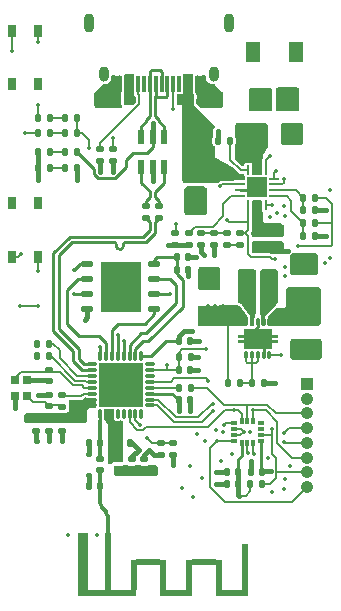
<source format=gbr>
%TF.GenerationSoftware,KiCad,Pcbnew,8.0.3*%
%TF.CreationDate,2024-09-21T17:28:31+02:00*%
%TF.ProjectId,SynchGaze_Transmiter,53796e63-6847-4617-9a65-5f5472616e73,1.0*%
%TF.SameCoordinates,Original*%
%TF.FileFunction,Copper,L1,Top*%
%TF.FilePolarity,Positive*%
%FSLAX46Y46*%
G04 Gerber Fmt 4.6, Leading zero omitted, Abs format (unit mm)*
G04 Created by KiCad (PCBNEW 8.0.3) date 2024-09-21 17:28:31*
%MOMM*%
%LPD*%
G01*
G04 APERTURE LIST*
G04 Aperture macros list*
%AMRoundRect*
0 Rectangle with rounded corners*
0 $1 Rounding radius*
0 $2 $3 $4 $5 $6 $7 $8 $9 X,Y pos of 4 corners*
0 Add a 4 corners polygon primitive as box body*
4,1,4,$2,$3,$4,$5,$6,$7,$8,$9,$2,$3,0*
0 Add four circle primitives for the rounded corners*
1,1,$1+$1,$2,$3*
1,1,$1+$1,$4,$5*
1,1,$1+$1,$6,$7*
1,1,$1+$1,$8,$9*
0 Add four rect primitives between the rounded corners*
20,1,$1+$1,$2,$3,$4,$5,0*
20,1,$1+$1,$4,$5,$6,$7,0*
20,1,$1+$1,$6,$7,$8,$9,0*
20,1,$1+$1,$8,$9,$2,$3,0*%
%AMFreePoly0*
4,1,45,-0.121464,1.703536,-0.120000,1.700000,-0.120000,1.205000,0.120000,1.205000,0.120000,1.700000,0.121464,1.703536,0.125000,1.705000,0.375000,1.705000,0.378536,1.703536,0.380000,1.700000,0.380000,1.205000,0.825000,1.205000,0.828536,1.203536,0.830000,1.200000,0.830000,-1.200000,0.828536,-1.203536,0.825000,-1.205000,0.380000,-1.205000,0.380000,-1.700000,0.378536,-1.703536,
0.375000,-1.705000,0.125000,-1.705000,0.121464,-1.703536,0.120000,-1.700000,0.120000,-1.205000,-0.120000,-1.205000,-0.120000,-1.700000,-0.121464,-1.703536,-0.125000,-1.705000,-0.375000,-1.705000,-0.378536,-1.703536,-0.380000,-1.700000,-0.380000,-1.205000,-0.825000,-1.205000,-0.828536,-1.203536,-0.830000,-1.200000,-0.830000,1.200000,-0.828536,1.203536,-0.825000,1.205000,-0.380000,1.205000,
-0.380000,1.700000,-0.378536,1.703536,-0.375000,1.705000,-0.125000,1.705000,-0.121464,1.703536,-0.121464,1.703536,$1*%
G04 Aperture macros list end*
%TA.AperFunction,EtchedComponent*%
%ADD10C,0.400000*%
%TD*%
%TA.AperFunction,SMDPad,CuDef*%
%ADD11RoundRect,0.135000X0.185000X-0.135000X0.185000X0.135000X-0.185000X0.135000X-0.185000X-0.135000X0*%
%TD*%
%TA.AperFunction,SMDPad,CuDef*%
%ADD12RoundRect,0.140000X0.140000X0.170000X-0.140000X0.170000X-0.140000X-0.170000X0.140000X-0.170000X0*%
%TD*%
%TA.AperFunction,SMDPad,CuDef*%
%ADD13RoundRect,0.140000X-0.140000X-0.170000X0.140000X-0.170000X0.140000X0.170000X-0.140000X0.170000X0*%
%TD*%
%TA.AperFunction,SMDPad,CuDef*%
%ADD14RoundRect,0.135000X-0.185000X0.135000X-0.185000X-0.135000X0.185000X-0.135000X0.185000X0.135000X0*%
%TD*%
%TA.AperFunction,SMDPad,CuDef*%
%ADD15RoundRect,0.147500X-0.147500X-0.172500X0.147500X-0.172500X0.147500X0.172500X-0.147500X0.172500X0*%
%TD*%
%TA.AperFunction,SMDPad,CuDef*%
%ADD16RoundRect,0.135000X0.135000X0.185000X-0.135000X0.185000X-0.135000X-0.185000X0.135000X-0.185000X0*%
%TD*%
%TA.AperFunction,SMDPad,CuDef*%
%ADD17RoundRect,0.135000X-0.135000X-0.185000X0.135000X-0.185000X0.135000X0.185000X-0.135000X0.185000X0*%
%TD*%
%TA.AperFunction,SMDPad,CuDef*%
%ADD18RoundRect,0.250000X-0.650000X0.325000X-0.650000X-0.325000X0.650000X-0.325000X0.650000X0.325000X0*%
%TD*%
%TA.AperFunction,SMDPad,CuDef*%
%ADD19RoundRect,0.041300X0.253700X-0.563700X0.253700X0.563700X-0.253700X0.563700X-0.253700X-0.563700X0*%
%TD*%
%TA.AperFunction,SMDPad,CuDef*%
%ADD20RoundRect,0.140000X0.170000X-0.140000X0.170000X0.140000X-0.170000X0.140000X-0.170000X-0.140000X0*%
%TD*%
%TA.AperFunction,SMDPad,CuDef*%
%ADD21R,0.711200X0.990600*%
%TD*%
%TA.AperFunction,SMDPad,CuDef*%
%ADD22RoundRect,0.250000X0.650000X-0.325000X0.650000X0.325000X-0.650000X0.325000X-0.650000X-0.325000X0*%
%TD*%
%TA.AperFunction,SMDPad,CuDef*%
%ADD23RoundRect,0.055000X-0.465000X-0.165000X0.465000X-0.165000X0.465000X0.165000X-0.465000X0.165000X0*%
%TD*%
%TA.AperFunction,SMDPad,CuDef*%
%ADD24R,3.400000X4.300000*%
%TD*%
%TA.AperFunction,SMDPad,CuDef*%
%ADD25RoundRect,0.140000X-0.170000X0.140000X-0.170000X-0.140000X0.170000X-0.140000X0.170000X0.140000X0*%
%TD*%
%TA.AperFunction,SMDPad,CuDef*%
%ADD26R,0.600000X1.550000*%
%TD*%
%TA.AperFunction,SMDPad,CuDef*%
%ADD27R,1.200000X1.800000*%
%TD*%
%TA.AperFunction,SMDPad,CuDef*%
%ADD28R,0.280000X0.850000*%
%TD*%
%TA.AperFunction,SMDPad,CuDef*%
%ADD29R,0.850000X0.280000*%
%TD*%
%TA.AperFunction,SMDPad,CuDef*%
%ADD30R,1.700000X1.700000*%
%TD*%
%TA.AperFunction,SMDPad,CuDef*%
%ADD31R,0.700000X0.750000*%
%TD*%
%TA.AperFunction,SMDPad,CuDef*%
%ADD32R,1.000000X2.750000*%
%TD*%
%TA.AperFunction,SMDPad,CuDef*%
%ADD33RoundRect,0.030000X-0.090000X0.270000X-0.090000X-0.270000X0.090000X-0.270000X0.090000X0.270000X0*%
%TD*%
%TA.AperFunction,SMDPad,CuDef*%
%ADD34FreePoly0,270.000000*%
%TD*%
%TA.AperFunction,SMDPad,CuDef*%
%ADD35RoundRect,0.147500X-0.172500X0.147500X-0.172500X-0.147500X0.172500X-0.147500X0.172500X0.147500X0*%
%TD*%
%TA.AperFunction,ComponentPad*%
%ADD36R,1.058000X1.058000*%
%TD*%
%TA.AperFunction,ComponentPad*%
%ADD37C,1.058000*%
%TD*%
%TA.AperFunction,SMDPad,CuDef*%
%ADD38RoundRect,0.250000X-0.325000X-0.650000X0.325000X-0.650000X0.325000X0.650000X-0.325000X0.650000X0*%
%TD*%
%TA.AperFunction,SMDPad,CuDef*%
%ADD39R,0.800000X1.400000*%
%TD*%
%TA.AperFunction,SMDPad,CuDef*%
%ADD40R,0.300000X1.400000*%
%TD*%
%TA.AperFunction,ComponentPad*%
%ADD41O,0.900000X1.600000*%
%TD*%
%TA.AperFunction,ComponentPad*%
%ADD42O,0.900000X1.300000*%
%TD*%
%TA.AperFunction,SMDPad,CuDef*%
%ADD43R,0.600000X0.350000*%
%TD*%
%TA.AperFunction,SMDPad,CuDef*%
%ADD44R,0.350000X0.600000*%
%TD*%
%TA.AperFunction,SMDPad,CuDef*%
%ADD45C,0.400000*%
%TD*%
%TA.AperFunction,SMDPad,CuDef*%
%ADD46RoundRect,0.033750X0.101250X-0.371250X0.101250X0.371250X-0.101250X0.371250X-0.101250X-0.371250X0*%
%TD*%
%TA.AperFunction,SMDPad,CuDef*%
%ADD47RoundRect,0.033750X0.371250X-0.101250X0.371250X0.101250X-0.371250X0.101250X-0.371250X-0.101250X0*%
%TD*%
%TA.AperFunction,SMDPad,CuDef*%
%ADD48R,3.700000X3.700000*%
%TD*%
%TA.AperFunction,SMDPad,CuDef*%
%ADD49R,5.000000X0.500000*%
%TD*%
%TA.AperFunction,SMDPad,CuDef*%
%ADD50R,0.500000X2.640000*%
%TD*%
%TA.AperFunction,SMDPad,CuDef*%
%ADD51R,2.000000X0.500000*%
%TD*%
%TA.AperFunction,SMDPad,CuDef*%
%ADD52R,2.700000X0.500000*%
%TD*%
%TA.AperFunction,SMDPad,CuDef*%
%ADD53R,0.500000X3.940000*%
%TD*%
%TA.AperFunction,SMDPad,CuDef*%
%ADD54R,0.500000X0.500000*%
%TD*%
%TA.AperFunction,SMDPad,CuDef*%
%ADD55R,0.500000X4.900000*%
%TD*%
%TA.AperFunction,SMDPad,CuDef*%
%ADD56O,0.900000X0.500000*%
%TD*%
%TA.AperFunction,SMDPad,CuDef*%
%ADD57R,0.900000X4.900000*%
%TD*%
%TA.AperFunction,ViaPad*%
%ADD58C,0.350000*%
%TD*%
%TA.AperFunction,Conductor*%
%ADD59C,0.342392*%
%TD*%
%TA.AperFunction,Conductor*%
%ADD60C,0.400000*%
%TD*%
%TA.AperFunction,Conductor*%
%ADD61C,0.200000*%
%TD*%
%TA.AperFunction,Conductor*%
%ADD62C,0.250000*%
%TD*%
%TA.AperFunction,Conductor*%
%ADD63C,0.267208*%
%TD*%
%TA.AperFunction,Conductor*%
%ADD64C,0.270000*%
%TD*%
G04 APERTURE END LIST*
D10*
%TO.C,NT301*%
X163328400Y-69672200D02*
X164128400Y-69672200D01*
%TD*%
D11*
%TO.P,R205,1*%
%TO.N,/MCU/MCU_USB_R_D-*%
X153212801Y-66905599D03*
%TO.P,R205,2*%
%TO.N,/MCU/MCU_USB_D-*%
X153212801Y-65885601D03*
%TD*%
D12*
%TO.P,C219,1*%
%TO.N,/MCU/ANT_RF*%
X148257200Y-89559800D03*
%TO.P,C219,2*%
%TO.N,GND*%
X147297200Y-89559800D03*
%TD*%
D13*
%TO.P,C212,1*%
%TO.N,/MCU/VDD_SPI*%
X154739400Y-71272401D03*
%TO.P,C212,2*%
%TO.N,GND*%
X155699400Y-71272401D03*
%TD*%
D14*
%TO.P,R305,1*%
%TO.N,Net-(R303-Pad2)*%
X157911800Y-68169600D03*
%TO.P,R305,2*%
%TO.N,GND*%
X157911800Y-69189598D03*
%TD*%
D15*
%TO.P,D302,1,K*%
%TO.N,/Power/~{PG}*%
X143030000Y-59700000D03*
%TO.P,D302,2,A*%
%TO.N,/Power/~{PG_R}*%
X144000000Y-59700000D03*
%TD*%
D16*
%TO.P,R314,1*%
%TO.N,GND*%
X166473599Y-68427600D03*
%TO.P,R314,2*%
%TO.N,/Power/EN2*%
X165453601Y-68427600D03*
%TD*%
D13*
%TO.P,C204,1*%
%TO.N,+3V3*%
X154930200Y-82320800D03*
%TO.P,C204,2*%
%TO.N,GND*%
X155890200Y-82320800D03*
%TD*%
D17*
%TO.P,R212,1*%
%TO.N,/MCU/INTER_GYR{slash}BOOT*%
X154900200Y-78688600D03*
%TO.P,R212,2*%
%TO.N,+3V3*%
X155920200Y-78688600D03*
%TD*%
D18*
%TO.P,C305,1*%
%TO.N,VBUS*%
X156337000Y-63066400D03*
%TO.P,C305,2*%
%TO.N,GNDPWR*%
X156337000Y-66016400D03*
%TD*%
D13*
%TO.P,C203,1*%
%TO.N,+3V3*%
X154904800Y-77292200D03*
%TO.P,C203,2*%
%TO.N,GND*%
X155864800Y-77292200D03*
%TD*%
D19*
%TO.P,U203,1*%
%TO.N,/MCU/MCU_USB_D+*%
X151754801Y-62545200D03*
%TO.P,U203,2*%
%TO.N,GND*%
X152704800Y-62545200D03*
%TO.P,U203,3*%
%TO.N,/MCU/MCU_USB_D-*%
X153654799Y-62545200D03*
%TO.P,U203,4*%
%TO.N,/MCU/USB_D-*%
X153654799Y-60035200D03*
%TO.P,U203,5*%
%TO.N,VBUS*%
X152704800Y-60035200D03*
%TO.P,U203,6*%
%TO.N,/MCU/USB_D+*%
X151754801Y-60035200D03*
%TD*%
D16*
%TO.P,R210,1*%
%TO.N,/MCU/INTER_ACC*%
X162003199Y-89433400D03*
%TO.P,R210,2*%
%TO.N,+3V3*%
X160983201Y-89433400D03*
%TD*%
D17*
%TO.P,R207,1*%
%TO.N,/MCU/FSPI_CLK_R*%
X154925600Y-81254000D03*
%TO.P,R207,2*%
%TO.N,/MCU/FSPI_CLK*%
X155945600Y-81254000D03*
%TD*%
D20*
%TO.P,C208,1*%
%TO.N,+3V3*%
X152006601Y-88236400D03*
%TO.P,C208,2*%
%TO.N,GND*%
X152006601Y-87276400D03*
%TD*%
D21*
%TO.P,SW202,1,1*%
%TO.N,GND*%
X140825001Y-70150001D03*
%TO.P,SW202,2,2*%
%TO.N,/MCU/INTER_GYR{slash}BOOT*%
X142974999Y-70150001D03*
%TO.P,SW202,3*%
%TO.N,N/C*%
X140825001Y-65649999D03*
%TO.P,SW202,4*%
X142974999Y-65649999D03*
%TD*%
D12*
%TO.P,C216,1*%
%TO.N,+3V3*%
X159941200Y-88366600D03*
%TO.P,C216,2*%
%TO.N,GND*%
X158981200Y-88366600D03*
%TD*%
D21*
%TO.P,SW201,1,1*%
%TO.N,GND*%
X142974999Y-51049999D03*
%TO.P,SW201,2,2*%
%TO.N,/MCU/CHIP_EN*%
X140825001Y-51049999D03*
%TO.P,SW201,3*%
%TO.N,N/C*%
X142974999Y-55550001D03*
%TO.P,SW201,4*%
X140825001Y-55550001D03*
%TD*%
D22*
%TO.P,C301,1*%
%TO.N,VCC*%
X157505400Y-75338201D03*
%TO.P,C301,2*%
%TO.N,GND*%
X157505400Y-72388199D03*
%TD*%
D23*
%TO.P,U202,1,~{CS}*%
%TO.N,/MCU/SPI_NCS0*%
X147167400Y-70789800D03*
%TO.P,U202,2,DO(IO1)*%
%TO.N,/MCU/SPI_DI*%
X147167400Y-72059800D03*
%TO.P,U202,3,~{WP}(IO2)*%
%TO.N,/MCU/SPI_NWP*%
X147167400Y-73329800D03*
%TO.P,U202,4,GND*%
%TO.N,GND*%
X147167400Y-74599800D03*
%TO.P,U202,5,DI(IO0)*%
%TO.N,/MCU/SPI_CLK*%
X152857400Y-74599800D03*
%TO.P,U202,6,CLK*%
%TO.N,/MCU/SPI_DO*%
X152857400Y-73329800D03*
%TO.P,U202,7,~{HOLD}/RESET(IO3)*%
%TO.N,/MCU/SPI_NHD*%
X152857400Y-72059800D03*
%TO.P,U202,8,VCC*%
%TO.N,/MCU/VDD_SPI*%
X152857400Y-70789800D03*
D24*
%TO.P,U202,9,EXP*%
%TO.N,unconnected-(U202-EXP-Pad9)*%
X150012400Y-72694800D03*
%TD*%
D14*
%TO.P,R312,1*%
%TO.N,/Power/TMR*%
X154635200Y-68171601D03*
%TO.P,R312,2*%
%TO.N,GND*%
X154635200Y-69191599D03*
%TD*%
D25*
%TO.P,C201,1*%
%TO.N,+3V3*%
X142862599Y-83923600D03*
%TO.P,C201,2*%
%TO.N,GND*%
X142862599Y-84883600D03*
%TD*%
D26*
%TO.P,BT301,1,+*%
%TO.N,/Power/BAT*%
X163499999Y-56675000D03*
%TO.P,BT301,2,-*%
%TO.N,GNDPWR*%
X162500001Y-56675000D03*
D27*
%TO.P,BT301,3*%
%TO.N,N/C*%
X164800000Y-52800000D03*
%TO.P,BT301,4*%
X161200000Y-52800000D03*
%TD*%
D12*
%TO.P,C218,1*%
%TO.N,/MCU/LNA_IN*%
X148257200Y-85953000D03*
%TO.P,C218,2*%
%TO.N,GND*%
X147297200Y-85953000D03*
%TD*%
D20*
%TO.P,C207,1*%
%TO.N,+3V3*%
X150939800Y-88236400D03*
%TO.P,C207,2*%
%TO.N,GND*%
X150939800Y-87276400D03*
%TD*%
D28*
%TO.P,U301,1,TS*%
%TO.N,VBUS*%
X160793999Y-65762401D03*
%TO.P,U301,2,BAT*%
%TO.N,/Power/BAT*%
X161294000Y-65762401D03*
%TO.P,U301,3,BAT*%
X161794000Y-65762401D03*
%TO.P,U301,4,~{CE}*%
%TO.N,GND*%
X162294001Y-65762401D03*
D29*
%TO.P,U301,5,EN2*%
%TO.N,/Power/EN2*%
X163019001Y-65037589D03*
%TO.P,U301,6,EN1*%
%TO.N,/Power/EN1*%
X163019001Y-64537463D03*
%TO.P,U301,7,~{PGOOD}*%
%TO.N,/Power/~{PG}*%
X163019001Y-64037337D03*
%TO.P,U301,8,VSS*%
%TO.N,GND*%
X163019001Y-63537211D03*
D28*
%TO.P,U301,9,~{CHG}*%
%TO.N,/Power/~{CRG}*%
X162294001Y-62812399D03*
%TO.P,U301,10,OUT*%
%TO.N,VCC*%
X161794000Y-62812399D03*
%TO.P,U301,11,OUT*%
X161294000Y-62812399D03*
%TO.P,U301,12,ILIM*%
%TO.N,/Power/ILIM*%
X160793999Y-62812399D03*
D29*
%TO.P,U301,13,IN*%
%TO.N,VBUS*%
X160068999Y-63537211D03*
%TO.P,U301,14,TMR*%
%TO.N,/Power/TMR*%
X160068999Y-64037337D03*
%TO.P,U301,15,SYSOFF*%
%TO.N,GND*%
X160068999Y-64537463D03*
%TO.P,U301,16,ISET*%
%TO.N,/Power/ISET*%
X160068999Y-65037589D03*
D30*
%TO.P,U301,17,EPAD*%
%TO.N,GND*%
X161544000Y-64287400D03*
%TD*%
D16*
%TO.P,R311,1*%
%TO.N,/Power/ILIM*%
X159259999Y-60325000D03*
%TO.P,R311,2*%
%TO.N,GND*%
X158240001Y-60325000D03*
%TD*%
D17*
%TO.P,R209,1*%
%TO.N,/MCU/MCU_UART_TX*%
X142949200Y-78587600D03*
%TO.P,R209,2*%
%TO.N,/MCU/MCU_UART_TX_R*%
X143969200Y-78587600D03*
%TD*%
D25*
%TO.P,C210,1*%
%TO.N,/MCU/XTAL_N*%
X143929400Y-79732600D03*
%TO.P,C210,2*%
%TO.N,GND*%
X143929400Y-80692600D03*
%TD*%
D14*
%TO.P,R304,1*%
%TO.N,Net-(R303-Pad2)*%
X156819600Y-68169600D03*
%TO.P,R304,2*%
%TO.N,GND*%
X156819600Y-69189598D03*
%TD*%
%TO.P,R310,1*%
%TO.N,/Power/ISET*%
X155752800Y-68171600D03*
%TO.P,R310,2*%
%TO.N,GND*%
X155752800Y-69191598D03*
%TD*%
D31*
%TO.P,X201,1*%
%TO.N,/MCU/XTAL_P*%
X142045300Y-81955000D03*
%TO.P,X201,2*%
%TO.N,GND*%
X142045300Y-80605000D03*
%TO.P,X201,3*%
%TO.N,/MCU/XTAL_N*%
X141045302Y-80605000D03*
%TO.P,X201,4*%
%TO.N,GND*%
X141045302Y-81955000D03*
%TD*%
D13*
%TO.P,C206,1*%
%TO.N,+3V3_RF*%
X149824800Y-85953000D03*
%TO.P,C206,2*%
%TO.N,GND*%
X150784800Y-85953000D03*
%TD*%
D32*
%TO.P,L301,1,1*%
%TO.N,/Power/L1*%
X160444800Y-72644000D03*
%TO.P,L301,2,2*%
%TO.N,/Power/L2*%
X162744800Y-72644000D03*
%TD*%
D33*
%TO.P,U302,1,VOUT*%
%TO.N,+3V3*%
X162594800Y-75714400D03*
%TO.P,U302,2,L2*%
%TO.N,/Power/L2*%
X162094800Y-75714400D03*
%TO.P,U302,3,PGND*%
%TO.N,GND*%
X161594800Y-75714401D03*
%TO.P,U302,4,L1*%
%TO.N,/Power/L1*%
X161094800Y-75714400D03*
%TO.P,U302,5,VIN*%
%TO.N,VCC*%
X160594800Y-75714400D03*
%TO.P,U302,6,EN*%
%TO.N,/Power/EN*%
X160594800Y-78514400D03*
%TO.P,U302,7,PS/SYNC*%
X161094800Y-78514400D03*
%TO.P,U302,8,VINA*%
X161594800Y-78514399D03*
%TO.P,U302,9,GND*%
%TO.N,GND*%
X162094800Y-78514400D03*
%TO.P,U302,10,FB*%
%TO.N,+3V3*%
X162594800Y-78514400D03*
D34*
%TO.P,U302,11,POWER_PAD*%
%TO.N,GND*%
X161594800Y-77114400D03*
%TD*%
D15*
%TO.P,D301,1,K*%
%TO.N,/Power/~{CRG}*%
X143025000Y-58379199D03*
%TO.P,D301,2,A*%
%TO.N,/Power/~{CRG_R}*%
X143995000Y-58379199D03*
%TD*%
D11*
%TO.P,R303,1*%
%TO.N,Net-(R302-Pad2)*%
X159004000Y-69189598D03*
%TO.P,R303,2*%
%TO.N,Net-(R303-Pad2)*%
X159004000Y-68169600D03*
%TD*%
D16*
%TO.P,R306,1*%
%TO.N,VCC*%
X146285599Y-58379200D03*
%TO.P,R306,2*%
%TO.N,/Power/~{CRG_R}*%
X145265601Y-58379200D03*
%TD*%
D35*
%TO.P,L201,1,1*%
%TO.N,+3V3_RF*%
X149847600Y-87271400D03*
%TO.P,L201,2,2*%
%TO.N,+3V3*%
X149847600Y-88241400D03*
%TD*%
D16*
%TO.P,R307,1*%
%TO.N,VCC*%
X146285599Y-59700000D03*
%TO.P,R307,2*%
%TO.N,/Power/~{PG_R}*%
X145265601Y-59700000D03*
%TD*%
%TO.P,R316,1*%
%TO.N,VBUS*%
X146276099Y-61325599D03*
%TO.P,R316,2*%
%TO.N,Net-(D304-A)*%
X145256101Y-61325599D03*
%TD*%
D13*
%TO.P,C302,1*%
%TO.N,/Power/EN*%
X161140200Y-80873600D03*
%TO.P,C302,2*%
%TO.N,GND*%
X162100200Y-80873600D03*
%TD*%
D25*
%TO.P,C202,1*%
%TO.N,+3V3*%
X144996200Y-83918400D03*
%TO.P,C202,2*%
%TO.N,GND*%
X144996200Y-84878400D03*
%TD*%
D16*
%TO.P,R308,1*%
%TO.N,VBUS*%
X166473599Y-65151000D03*
%TO.P,R308,2*%
%TO.N,/Power/EN1*%
X165453601Y-65151000D03*
%TD*%
D25*
%TO.P,C205,1*%
%TO.N,+3V3*%
X143929400Y-83923600D03*
%TO.P,C205,2*%
%TO.N,GND*%
X143929400Y-84883600D03*
%TD*%
D16*
%TO.P,R313,1*%
%TO.N,GND*%
X166473599Y-66243200D03*
%TO.P,R313,2*%
%TO.N,/Power/EN1*%
X165453601Y-66243200D03*
%TD*%
D15*
%TO.P,D304,1,K*%
%TO.N,GND*%
X143020500Y-61325599D03*
%TO.P,D304,2,A*%
%TO.N,Net-(D304-A)*%
X143990500Y-61325599D03*
%TD*%
D20*
%TO.P,C209,1*%
%TO.N,/MCU/XTAL_P*%
X143929400Y-82826200D03*
%TO.P,C209,2*%
%TO.N,GND*%
X143929400Y-81866200D03*
%TD*%
D11*
%TO.P,R203,1*%
%TO.N,GND*%
X149310000Y-62079599D03*
%TO.P,R203,2*%
%TO.N,/MCU/CC2*%
X149310000Y-61059601D03*
%TD*%
D13*
%TO.P,C217,1*%
%TO.N,/MCU/INTER_GYR{slash}BOOT*%
X154917200Y-79756000D03*
%TO.P,C217,2*%
%TO.N,GND*%
X155877200Y-79756000D03*
%TD*%
D16*
%TO.P,R208,1*%
%TO.N,/MCU/MCU_UART_RX_R*%
X143969199Y-77517800D03*
%TO.P,R208,2*%
%TO.N,/MCU/MCU_UART_RX*%
X142949201Y-77517800D03*
%TD*%
D14*
%TO.P,R302,1*%
%TO.N,VBUS*%
X160096200Y-68171600D03*
%TO.P,R302,2*%
%TO.N,Net-(R302-Pad2)*%
X160096200Y-69191598D03*
%TD*%
D11*
%TO.P,R206,1*%
%TO.N,/MCU/MCU_USB_R_D+*%
X152146000Y-66905599D03*
%TO.P,R206,2*%
%TO.N,/MCU/MCU_USB_D+*%
X152146000Y-65885601D03*
%TD*%
D25*
%TO.P,C307,1*%
%TO.N,/Power/BAT*%
X161544000Y-68201600D03*
%TO.P,C307,2*%
%TO.N,GNDPWR*%
X161544000Y-69161600D03*
%TD*%
D13*
%TO.P,C213,1*%
%TO.N,/MCU/VDD_SPI*%
X154739400Y-70205600D03*
%TO.P,C213,2*%
%TO.N,GND*%
X155699400Y-70205600D03*
%TD*%
D36*
%TO.P,J202,1,Pin_1*%
%TO.N,+3V3*%
X165735000Y-80912000D03*
D37*
%TO.P,J202,2,Pin_2*%
%TO.N,GND*%
X165735000Y-82162000D03*
%TO.P,J202,3,Pin_3*%
%TO.N,/MCU/FSPI_CLK*%
X165735000Y-83412000D03*
%TO.P,J202,4,Pin_4*%
%TO.N,/MCU/FSPI_Q*%
X165735000Y-84662000D03*
%TO.P,J202,5,Pin_5*%
%TO.N,/MCU/FSPI_D*%
X165735000Y-85912000D03*
%TO.P,J202,6,Pin_6*%
%TO.N,/MCU/IMU_NCS*%
X165735000Y-87162000D03*
%TO.P,J202,7,Pin_7*%
%TO.N,/MCU/INTER_ACC*%
X165735000Y-88412000D03*
%TO.P,J202,8,Pin_8*%
%TO.N,/MCU/INTER_GYR{slash}BOOT*%
X165735000Y-89662000D03*
%TD*%
D14*
%TO.P,R202,1*%
%TO.N,/MCU/CHIP_EN*%
X154445000Y-85925601D03*
%TO.P,R202,2*%
%TO.N,+3V3*%
X154445000Y-86945599D03*
%TD*%
D38*
%TO.P,C306,1*%
%TO.N,VCC*%
X161847000Y-59766200D03*
%TO.P,C306,2*%
%TO.N,GND*%
X164797000Y-59766200D03*
%TD*%
D18*
%TO.P,C304,1*%
%TO.N,+3V3*%
X165277800Y-75336400D03*
%TO.P,C304,2*%
%TO.N,GND*%
X165277800Y-78286402D03*
%TD*%
D15*
%TO.P,D303,1,K*%
%TO.N,GND*%
X143020500Y-62671799D03*
%TO.P,D303,2,A*%
%TO.N,Net-(D303-A)*%
X143990500Y-62671799D03*
%TD*%
D39*
%TO.P,J201,A1_B12,GND*%
%TO.N,GND*%
X156710850Y-55500000D03*
%TO.P,J201,A4_B9,VBUS*%
%TO.N,VBUS*%
X155710850Y-55500001D03*
D40*
%TO.P,J201,A5,CC1*%
%TO.N,/MCU/CC2*%
X154460850Y-55500000D03*
%TO.P,J201,A6,D1+*%
%TO.N,/MCU/USB_D+*%
X153460850Y-55500000D03*
%TO.P,J201,A7,D1-*%
%TO.N,/MCU/USB_D-*%
X152960850Y-55500000D03*
%TO.P,J201,A8,SBU1*%
%TO.N,unconnected-(J201-SBU1-PadA8)*%
X151960850Y-55500000D03*
D39*
%TO.P,J201,A9_B4,VBUS*%
%TO.N,VBUS*%
X150710850Y-55500001D03*
%TO.P,J201,A12_B1,GND*%
%TO.N,GND*%
X149710850Y-55500000D03*
D40*
%TO.P,J201,B5,CC2*%
%TO.N,/MCU/CC1*%
X151460851Y-55500000D03*
%TO.P,J201,B6,D2+*%
%TO.N,/MCU/USB_D+*%
X152460849Y-55500000D03*
%TO.P,J201,B7,D2-*%
%TO.N,/MCU/USB_D-*%
X153960851Y-55500000D03*
%TO.P,J201,B8,SBU2*%
%TO.N,unconnected-(J201-SBU2-PadB8)*%
X154960849Y-55500000D03*
D41*
%TO.P,J201,S1,SHELL_GND*%
%TO.N,unconnected-(J201-SHELL_GND-PadS1)_0*%
X159130850Y-50400000D03*
%TO.P,J201,S2,SHELL_GND*%
%TO.N,unconnected-(J201-SHELL_GND-PadS2)_0*%
X147290850Y-50400000D03*
D42*
%TO.P,J201,S3,SHELL_GND*%
%TO.N,unconnected-(J201-SHELL_GND-PadS1)*%
X157860850Y-54720000D03*
%TO.P,J201,S4,SHELL_GND*%
%TO.N,unconnected-(J201-SHELL_GND-PadS2)*%
X148560850Y-54720000D03*
%TD*%
D11*
%TO.P,R201,1*%
%TO.N,/MCU/XTAL_P*%
X145021600Y-82856199D03*
%TO.P,R201,2*%
%TO.N,/MCU/XTAL_P_R*%
X145021600Y-81836201D03*
%TD*%
D16*
%TO.P,R315,1*%
%TO.N,+3V3*%
X146276099Y-62671799D03*
%TO.P,R315,2*%
%TO.N,Net-(D303-A)*%
X145256101Y-62671799D03*
%TD*%
D43*
%TO.P,U204,1,SDO/SA0*%
%TO.N,/MCU/FSPI_D*%
X159571200Y-84263800D03*
%TO.P,U204,2,SDX*%
%TO.N,GND*%
X159571200Y-84763800D03*
%TO.P,U204,3,SCX*%
X159571200Y-85263800D03*
%TO.P,U204,4,INT1*%
%TO.N,/MCU/INTER_GYR{slash}BOOT*%
X159571200Y-85763800D03*
D44*
%TO.P,U204,5,VDDIO*%
%TO.N,+3V3*%
X160231200Y-85923800D03*
%TO.P,U204,6,GND*%
%TO.N,GND*%
X160731200Y-85923800D03*
%TO.P,U204,7,GND*%
X161231200Y-85923800D03*
D43*
%TO.P,U204,8,VDD*%
%TO.N,+3V3*%
X161891200Y-85763800D03*
%TO.P,U204,9,INT2/DEN/MDRDY*%
%TO.N,/MCU/INTER_ACC*%
X161891200Y-85263800D03*
%TO.P,U204,10,OCS_AUX*%
%TO.N,unconnected-(U204-OCS_AUX-Pad10)*%
X161891200Y-84763800D03*
%TO.P,U204,11,SDO_AUX*%
%TO.N,unconnected-(U204-SDO_AUX-Pad11)*%
X161891200Y-84263800D03*
D44*
%TO.P,U204,12,~{CS}*%
%TO.N,/MCU/IMU_NCS*%
X161231200Y-84103800D03*
%TO.P,U204,13,SCL/SPC*%
%TO.N,/MCU/FSPI_CLK*%
X160731200Y-84103800D03*
%TO.P,U204,14,SDA/SDI/SDO*%
%TO.N,/MCU/FSPI_Q*%
X160231200Y-84103800D03*
%TD*%
D12*
%TO.P,C215,1*%
%TO.N,+3V3*%
X161973200Y-88366600D03*
%TO.P,C215,2*%
%TO.N,GND*%
X161013200Y-88366600D03*
%TD*%
D17*
%TO.P,R301,1*%
%TO.N,VCC*%
X159052801Y-80873600D03*
%TO.P,R301,2*%
%TO.N,/Power/EN*%
X160072799Y-80873600D03*
%TD*%
D25*
%TO.P,C211,1*%
%TO.N,/MCU/CHIP_EN*%
X153378200Y-85955600D03*
%TO.P,C211,2*%
%TO.N,GND*%
X153378200Y-86915600D03*
%TD*%
D16*
%TO.P,R309,1*%
%TO.N,VBUS*%
X166473599Y-67335400D03*
%TO.P,R309,2*%
%TO.N,/Power/EN2*%
X165453601Y-67335400D03*
%TD*%
D45*
%TO.P,NT301,1,1*%
%TO.N,GNDPWR*%
X163328400Y-69672200D03*
%TO.P,NT301,2,2*%
%TO.N,GND*%
X164128400Y-69672200D03*
%TD*%
D11*
%TO.P,R204,1*%
%TO.N,GND*%
X148234400Y-62079599D03*
%TO.P,R204,2*%
%TO.N,/MCU/CC1*%
X148234400Y-61059601D03*
%TD*%
D46*
%TO.P,U201,1,LNA_IN*%
%TO.N,/MCU/LNA_IN*%
X148250000Y-83450000D03*
%TO.P,U201,2,VDD3P3*%
%TO.N,+3V3_RF*%
X148750000Y-83450000D03*
%TO.P,U201,3,VDD3P3*%
X149250000Y-83450000D03*
%TO.P,U201,4,XTAL_32K_P*%
%TO.N,/MCU/GPIO0*%
X149750000Y-83450000D03*
%TO.P,U201,5,XTAL_32K_N*%
%TO.N,/MCU/GPIO1*%
X150250000Y-83450000D03*
%TO.P,U201,6,GPIO2*%
%TO.N,/MCU/FSPI_Q*%
X150750000Y-83450000D03*
%TO.P,U201,7,CHIP_EN*%
%TO.N,/MCU/CHIP_EN*%
X151250000Y-83450000D03*
%TO.P,U201,8,GPIO3*%
%TO.N,/MCU/GPIO3*%
X151750000Y-83450000D03*
D47*
%TO.P,U201,9,MTMS*%
%TO.N,/MCU/IMU_NCS*%
X152450000Y-82750000D03*
%TO.P,U201,10,MTDI*%
%TO.N,/MCU/INTER_ACC*%
X152450000Y-82250000D03*
%TO.P,U201,11,VDD3P3_RTC*%
%TO.N,+3V3*%
X152450000Y-81750000D03*
%TO.P,U201,12,MTCK*%
%TO.N,/MCU/FSPI_CLK_R*%
X152450000Y-81250000D03*
%TO.P,U201,13,MTDO*%
%TO.N,/MCU/FSPI_D*%
X152450000Y-80750000D03*
%TO.P,U201,14,GPIO8*%
%TO.N,/MCU/GPIO8*%
X152450000Y-80250000D03*
%TO.P,U201,15,GPIO9*%
%TO.N,/MCU/INTER_GYR{slash}BOOT*%
X152450000Y-79750000D03*
%TO.P,U201,16,GPIO10*%
%TO.N,/MCU/GPIO10*%
X152450000Y-79250000D03*
D46*
%TO.P,U201,17,VDD3P3_CPU*%
%TO.N,+3V3*%
X151750000Y-78550000D03*
%TO.P,U201,18,VDD_SPI*%
%TO.N,/MCU/VDD_SPI*%
X151250000Y-78550000D03*
%TO.P,U201,19,SPIHD*%
%TO.N,/MCU/SPI_NHD*%
X150750000Y-78550000D03*
%TO.P,U201,20,SPIWP*%
%TO.N,/MCU/SPI_NWP*%
X150250000Y-78550000D03*
%TO.P,U201,21,SPICS0*%
%TO.N,/MCU/SPI_NCS0*%
X149750000Y-78550000D03*
%TO.P,U201,22,SPICLK*%
%TO.N,/MCU/SPI_CLK*%
X149250000Y-78550000D03*
%TO.P,U201,23,SPID*%
%TO.N,/MCU/SPI_DI*%
X148750000Y-78550000D03*
%TO.P,U201,24,SPIQ*%
%TO.N,/MCU/SPI_DO*%
X148250000Y-78550000D03*
D47*
%TO.P,U201,25,GPIO18*%
%TO.N,/MCU/MCU_USB_R_D-*%
X147550000Y-79250000D03*
%TO.P,U201,26,GPIO19*%
%TO.N,/MCU/MCU_USB_R_D+*%
X147550000Y-79750000D03*
%TO.P,U201,27,U0RXD*%
%TO.N,/MCU/MCU_UART_RX_R*%
X147550000Y-80250000D03*
%TO.P,U201,28,U0TXD*%
%TO.N,/MCU/MCU_UART_TX_R*%
X147550000Y-80750000D03*
%TO.P,U201,29,XTAL_N*%
%TO.N,/MCU/XTAL_N*%
X147550000Y-81250000D03*
%TO.P,U201,30,XTAL_P*%
%TO.N,/MCU/XTAL_P_R*%
X147550000Y-81750000D03*
%TO.P,U201,31,VDDA*%
%TO.N,+3V3*%
X147550000Y-82250000D03*
%TO.P,U201,32,VDDA*%
X147550000Y-82750000D03*
D48*
%TO.P,U201,33,GND*%
%TO.N,GND*%
X150000000Y-81000000D03*
%TD*%
D12*
%TO.P,C214,1*%
%TO.N,+3V3*%
X159941200Y-89433400D03*
%TO.P,C214,2*%
%TO.N,GND*%
X158981200Y-89433400D03*
%TD*%
D35*
%TO.P,L202,1,1*%
%TO.N,/MCU/LNA_IN*%
X148259800Y-87271400D03*
%TO.P,L202,2,2*%
%TO.N,/MCU/ANT_RF*%
X148259800Y-88241400D03*
%TD*%
D22*
%TO.P,C303,1*%
%TO.N,+3V3*%
X165252400Y-73435002D03*
%TO.P,C303,2*%
%TO.N,GND*%
X165252400Y-70485000D03*
%TD*%
D49*
%TO.P,ANT201,*%
%TO.N,*%
X148850000Y-98670000D03*
D50*
X151100000Y-97100000D03*
D51*
X152350000Y-96030000D03*
D50*
X153600000Y-97100000D03*
D52*
X154700000Y-98670000D03*
D50*
X155800000Y-97100000D03*
D51*
X157050000Y-96030000D03*
D50*
X158300000Y-97100000D03*
D52*
X159400000Y-98670000D03*
D53*
X160500000Y-96450000D03*
D54*
%TO.P,ANT201,1*%
%TO.N,/MCU/ANT_RF*%
X148900000Y-93770000D03*
D55*
X148900000Y-95970000D03*
D56*
%TO.P,ANT201,2*%
%TO.N,GND*%
X146800000Y-93770000D03*
D57*
X146800000Y-95970000D03*
%TD*%
D58*
%TO.N,GND*%
X157505400Y-71272400D03*
X148742400Y-56769000D03*
X149504400Y-79756000D03*
X167386000Y-68402200D03*
X155194000Y-89712800D03*
X161036000Y-64795400D03*
X161315400Y-86868000D03*
X156946599Y-71272400D03*
X148767800Y-82245200D03*
X166700200Y-78028800D03*
X141046200Y-82931000D03*
X155727400Y-71831200D03*
X163880800Y-66700400D03*
X152704800Y-63754000D03*
X151257000Y-79756000D03*
X162839400Y-90093800D03*
X161594800Y-77114400D03*
X146939000Y-75514200D03*
X164693599Y-71450200D03*
X163906200Y-71755000D03*
X151257000Y-82245200D03*
X163830000Y-59766200D03*
X159410400Y-86842600D03*
X148767800Y-80492600D03*
X166700200Y-77495400D03*
X145008600Y-85775800D03*
X161010600Y-87452200D03*
X150520400Y-80492600D03*
X163830000Y-60325000D03*
X166700200Y-78587601D03*
X155879800Y-83261200D03*
X157784800Y-56007000D03*
X163830000Y-65862200D03*
X164128400Y-69672200D03*
X163042600Y-80873600D03*
X163906200Y-70993000D03*
X158064200Y-89433400D03*
X142976600Y-51943000D03*
X162052000Y-63779400D03*
X155879800Y-87909400D03*
X148005800Y-93726000D03*
X143027400Y-81864200D03*
X162052000Y-64795400D03*
X158064200Y-88392000D03*
X163271200Y-66471800D03*
X160832800Y-77114400D03*
X151257000Y-81508599D03*
X146812000Y-93726000D03*
X142875000Y-85775800D03*
X152438100Y-86550500D03*
X162001200Y-76530200D03*
X162331400Y-77114400D03*
X158292800Y-57251600D03*
X157022800Y-69977000D03*
X150520400Y-81508599D03*
X163830000Y-89839800D03*
X151257000Y-80492600D03*
X148742400Y-56007000D03*
X156540200Y-79756000D03*
X150520400Y-82245200D03*
X165811200Y-71450200D03*
X141528800Y-69951600D03*
X163118800Y-62890400D03*
X160959800Y-84963000D03*
X158242000Y-59486800D03*
X163880800Y-88976200D03*
X158064200Y-71272400D03*
X158318200Y-56413400D03*
X160401000Y-84988400D03*
X167386000Y-66243200D03*
X149148800Y-57404000D03*
X149504400Y-80492600D03*
X149529800Y-56769000D03*
X147269200Y-88620600D03*
X164338000Y-87858600D03*
X156489400Y-85166200D03*
X149504400Y-81508600D03*
X165252400Y-71450200D03*
X158688400Y-84996400D03*
X157911800Y-69977000D03*
X162610800Y-66776600D03*
X143022900Y-63636999D03*
X150520400Y-79756000D03*
X167716200Y-70231000D03*
X148259800Y-57353200D03*
X148767800Y-79756000D03*
X156632600Y-77292200D03*
X147269200Y-86893400D03*
X151511000Y-86487000D03*
X165760400Y-77393800D03*
X165176200Y-77393800D03*
X148259800Y-62966600D03*
X156133800Y-90474800D03*
X161544000Y-64287400D03*
X149326600Y-62966600D03*
X161213800Y-77698600D03*
X162458400Y-87172800D03*
X156921200Y-88925400D03*
X143967200Y-85775800D03*
X167741600Y-64541400D03*
X158521400Y-87426800D03*
X163830000Y-59207400D03*
X160756600Y-86766400D03*
X162001200Y-77698600D03*
X157099000Y-85801200D03*
X156362400Y-70205600D03*
X149504400Y-82245200D03*
X158089600Y-84861400D03*
X162839400Y-65811400D03*
X143002000Y-80594200D03*
X167284400Y-70688200D03*
X161036000Y-63779400D03*
X154025600Y-69189600D03*
X148767800Y-81508599D03*
X166446200Y-70993000D03*
X157022801Y-56794400D03*
X145567400Y-93726000D03*
X161213800Y-76530200D03*
X148082000Y-56438800D03*
X166446200Y-70434200D03*
X157403800Y-57327800D03*
X157784800Y-56794400D03*
%TO.N,/MCU/INTER_GYR{slash}BOOT*%
X153900000Y-79300000D03*
X158129600Y-85758400D03*
X143000000Y-71400000D03*
X157200600Y-78003400D03*
%TO.N,/MCU/INTER_ACC*%
X162768876Y-84728724D03*
X157784800Y-82600800D03*
%TO.N,/MCU/FSPI_D*%
X163860000Y-85856600D03*
X157378400Y-80645000D03*
X158724600Y-84378800D03*
%TO.N,/MCU/SPI_DO*%
X154178000Y-73329800D03*
X148259800Y-77825600D03*
%TO.N,/MCU/SPI_NWP*%
X150241000Y-77325600D03*
X146024600Y-73304400D03*
%TO.N,/MCU/FSPI_Q*%
X163809200Y-85094600D03*
X159613600Y-83171000D03*
%TO.N,/MCU/SPI_NCS0*%
X149758400Y-76784200D03*
X146024600Y-71297800D03*
%TO.N,/MCU/IMU_NCS*%
X157784800Y-83261200D03*
X161213800Y-83159600D03*
%TO.N,+3V3*%
X146300000Y-63700000D03*
X166649400Y-74523600D03*
X166649400Y-73279000D03*
X160020000Y-90398600D03*
X156565600Y-78688600D03*
X142036800Y-83591400D03*
X142036800Y-84048600D03*
X154457400Y-87807800D03*
X152857200Y-88011000D03*
X162687000Y-88315800D03*
X154930200Y-83226000D03*
X163601400Y-78486000D03*
X166649400Y-75158600D03*
X152857200Y-88519000D03*
X166649400Y-73888600D03*
X156057600Y-76479400D03*
%TO.N,VBUS*%
X155702000Y-57048400D03*
X155430997Y-56642000D03*
X150994603Y-56642000D03*
X150723600Y-57048400D03*
X158826200Y-63562152D03*
X152704800Y-58801000D03*
X164998400Y-69291200D03*
X163042600Y-70383400D03*
X150469600Y-56642000D03*
X155956000Y-56642000D03*
X159034138Y-67088014D03*
%TO.N,/MCU/CHIP_EN*%
X140800000Y-52700000D03*
X141500000Y-74300000D03*
X143000000Y-74300000D03*
X151612600Y-84378800D03*
X152196800Y-85471000D03*
%TO.N,/MCU/CC2*%
X154460850Y-57658000D03*
X149326600Y-60121800D03*
%TO.N,VCC*%
X159054800Y-75006200D03*
X159334200Y-74549000D03*
X147281281Y-60918719D03*
X161010600Y-59207400D03*
X158648400Y-74371200D03*
X160477200Y-59207400D03*
X159918400Y-59207400D03*
X160172400Y-59613800D03*
X160705800Y-59613800D03*
X158013400Y-74371200D03*
X157403800Y-74371200D03*
%TO.N,/Power/~{CRG}*%
X143000000Y-57300000D03*
X162636200Y-61620400D03*
%TO.N,/Power/~{PG}*%
X163830000Y-63576200D03*
X141900000Y-59700000D03*
%TO.N,/Power/TMR*%
X154660600Y-67386200D03*
X158394400Y-64211200D03*
%TO.N,/Power/BAT*%
X162737800Y-67665600D03*
X163601400Y-68173600D03*
X163042600Y-68173600D03*
X163322000Y-67665600D03*
X164820600Y-56743600D03*
X162458400Y-68173600D03*
X164312600Y-57023000D03*
X164820600Y-57327800D03*
X164312600Y-57632600D03*
%TO.N,GNDPWR*%
X162737800Y-69672200D03*
X163093400Y-69164200D03*
X161086800Y-57327800D03*
X156438600Y-64998600D03*
X163626800Y-69088000D03*
X156083000Y-64541400D03*
X161086800Y-56743600D03*
X162458400Y-69164200D03*
X156845000Y-64541400D03*
X161594800Y-57048400D03*
X161594800Y-57607201D03*
X163328400Y-69672200D03*
X155727400Y-64998600D03*
%TD*%
D59*
%TO.N,/MCU/ANT_RF*%
X148900000Y-92150928D02*
X148900000Y-93770000D01*
X148259800Y-89557200D02*
X148257200Y-89559800D01*
X148257200Y-89559800D02*
X148257200Y-91011072D01*
X148259800Y-88241400D02*
X148259800Y-89557200D01*
X148432936Y-91435336D02*
X148724264Y-91726664D01*
X148900000Y-92150928D02*
G75*
G03*
X148724278Y-91726650I-600000J28D01*
G01*
X148257200Y-91011072D02*
G75*
G03*
X148432922Y-91435350I600000J-28D01*
G01*
D60*
%TO.N,GND*%
X167386000Y-66243200D02*
X166473599Y-66243200D01*
X155877200Y-79756000D02*
X156540200Y-79756000D01*
X161013200Y-87454800D02*
X161010600Y-87452200D01*
X161013200Y-88366600D02*
X161013200Y-87454800D01*
X155879800Y-83261200D02*
X155879800Y-82331200D01*
X154027599Y-69191599D02*
X154025600Y-69189600D01*
X150939800Y-87058200D02*
X150939800Y-87276400D01*
D61*
X142974999Y-51049999D02*
X142974999Y-51941399D01*
D60*
X158240001Y-60325000D02*
X158240001Y-59488799D01*
D61*
X142974999Y-51941399D02*
X142976600Y-51943000D01*
D62*
X161594800Y-75714401D02*
X161594800Y-76149200D01*
X161293937Y-64537463D02*
X161544000Y-64287400D01*
X162094800Y-77792200D02*
X162001200Y-77698600D01*
D60*
X148234400Y-62941200D02*
X148259800Y-62966600D01*
X142045300Y-80605000D02*
X142991200Y-80605000D01*
X157911800Y-69189598D02*
X157911800Y-69977000D01*
X152438100Y-86550500D02*
X152803200Y-86915600D01*
X147284800Y-89559800D02*
X147284800Y-88636200D01*
X143929400Y-81866200D02*
X143029400Y-81866200D01*
X156362400Y-70205600D02*
X155699400Y-70205600D01*
X147167400Y-74599800D02*
X147167400Y-75285800D01*
X142991200Y-80605000D02*
X143002000Y-80594200D01*
X142862599Y-85763399D02*
X142875000Y-85775800D01*
X166498999Y-68402200D02*
X166473599Y-68427600D01*
D61*
X160176400Y-84763800D02*
X160401000Y-84988400D01*
D60*
X143929400Y-85738000D02*
X143929400Y-84883600D01*
X152704800Y-62545200D02*
X152704800Y-63754000D01*
X143929400Y-80692600D02*
X143831000Y-80594200D01*
X143831000Y-80594200D02*
X143002000Y-80594200D01*
X155879800Y-82331200D02*
X155890200Y-82320800D01*
X155699400Y-71803200D02*
X155699400Y-71272401D01*
X149310000Y-62079599D02*
X149310000Y-62950000D01*
X154635201Y-69191598D02*
X154635200Y-69191599D01*
D62*
X160778063Y-64537463D02*
X161036000Y-64795400D01*
D60*
X142862599Y-84883600D02*
X142862599Y-85763399D01*
X145008600Y-85775800D02*
X144996200Y-85763400D01*
X141045302Y-82930102D02*
X141046200Y-82931000D01*
D61*
X160125600Y-85263800D02*
X160401000Y-84988400D01*
D60*
X157022800Y-69977000D02*
X156819600Y-69773800D01*
X141045302Y-81955000D02*
X141045302Y-82930102D01*
X147284800Y-85953000D02*
X147284800Y-86877800D01*
D61*
X141330399Y-70150001D02*
X141528800Y-69951600D01*
D62*
X161036000Y-64795400D02*
X161293937Y-64537463D01*
D60*
X143020500Y-61325599D02*
X143020500Y-62671799D01*
X147284800Y-86877800D02*
X147269200Y-86893400D01*
X143029400Y-81866200D02*
X143027400Y-81864200D01*
D62*
X162094800Y-78514400D02*
X162094800Y-77792200D01*
D60*
X151511000Y-86487000D02*
X150939800Y-87058200D01*
X148234400Y-62079599D02*
X148234400Y-62941200D01*
X162100200Y-80873600D02*
X163042600Y-80873600D01*
X156819600Y-69773800D02*
X156819600Y-69189598D01*
D61*
X160731200Y-86741000D02*
X160756600Y-86766400D01*
X161231200Y-86783800D02*
X161315400Y-86868000D01*
D60*
X152438100Y-86550500D02*
X152006601Y-86981999D01*
X155727400Y-71831200D02*
X155699400Y-71803200D01*
D61*
X159571200Y-84763800D02*
X160176400Y-84763800D01*
D60*
X143967200Y-85775800D02*
X143929400Y-85738000D01*
X155864800Y-77292200D02*
X156632600Y-77292200D01*
X155752800Y-69191598D02*
X154635201Y-69191598D01*
X154635200Y-69191599D02*
X154027599Y-69191599D01*
D61*
X160731200Y-85923800D02*
X160731200Y-86741000D01*
D62*
X160068999Y-64537463D02*
X160778063Y-64537463D01*
D60*
X147167400Y-75285800D02*
X146939000Y-75514200D01*
X161013199Y-88366601D02*
X161013200Y-88366601D01*
D61*
X140825001Y-70150001D02*
X141330399Y-70150001D01*
D60*
X152006601Y-86981999D02*
X152006601Y-87276400D01*
D61*
X163019001Y-62990199D02*
X163118800Y-62890400D01*
X163019001Y-63537211D02*
X163019001Y-62990199D01*
X159571200Y-85263800D02*
X160125600Y-85263800D01*
D60*
X158240001Y-59488799D02*
X158242000Y-59486800D01*
D61*
X162294001Y-65762401D02*
X162790401Y-65762401D01*
D62*
X161594800Y-76149200D02*
X161213800Y-76530200D01*
D60*
X150977000Y-85953000D02*
X150784800Y-85953000D01*
X167386000Y-68402200D02*
X166498999Y-68402200D01*
X143020500Y-62671799D02*
X143020500Y-63634599D01*
X158981200Y-89433400D02*
X158064200Y-89433400D01*
X149310000Y-62950000D02*
X149326600Y-62966600D01*
X147284800Y-88636200D02*
X147269200Y-88620600D01*
X144996200Y-85763400D02*
X144996200Y-84878400D01*
X151511000Y-86487000D02*
X150977000Y-85953000D01*
D61*
X161231200Y-85923800D02*
X161231200Y-86783800D01*
D60*
X152803200Y-86915600D02*
X153378200Y-86915600D01*
D61*
X162790401Y-65762401D02*
X162839400Y-65811400D01*
D60*
X158981200Y-88366600D02*
X158089600Y-88366600D01*
X158089600Y-88366600D02*
X158064200Y-88392000D01*
D61*
%TO.N,/MCU/XTAL_P*%
X144078600Y-82677000D02*
X144842401Y-82677000D01*
X142538700Y-82448400D02*
X143551600Y-82448400D01*
X143929400Y-82826200D02*
X144078600Y-82677000D01*
X143551600Y-82448400D02*
X143929400Y-82826200D01*
X142045300Y-81955000D02*
X142538700Y-82448400D01*
X144842401Y-82677000D02*
X145021600Y-82856199D01*
%TO.N,/MCU/XTAL_N*%
X145984029Y-81050000D02*
X144842429Y-79908400D01*
X144842429Y-79908400D02*
X144105200Y-79908400D01*
X141528800Y-79908400D02*
X143753600Y-79908400D01*
X146683600Y-81050000D02*
X145984029Y-81050000D01*
X146883600Y-81250000D02*
X146683600Y-81050000D01*
X144105200Y-79908400D02*
X143929400Y-79732600D01*
X143753600Y-79908400D02*
X143929400Y-79732600D01*
X141045302Y-80391898D02*
X141528800Y-79908400D01*
X141045302Y-80605000D02*
X141045302Y-80391898D01*
X147550000Y-81250000D02*
X146883600Y-81250000D01*
%TO.N,/MCU/INTER_GYR{slash}BOOT*%
X157556200Y-89632507D02*
X157556200Y-86331800D01*
X158822293Y-90898600D02*
X157556200Y-89632507D01*
X157200600Y-78003400D02*
X155194000Y-78003400D01*
X155194000Y-78003400D02*
X154900200Y-78297200D01*
X157556200Y-86331800D02*
X158129600Y-85758400D01*
X158129600Y-85758400D02*
X159565800Y-85758400D01*
X154900200Y-78297200D02*
X154900200Y-78688600D01*
X154917200Y-79756000D02*
X154917200Y-78705600D01*
X143000000Y-70175002D02*
X142974999Y-70150001D01*
X164498400Y-90898600D02*
X158822293Y-90898600D01*
X154911200Y-79750000D02*
X154917200Y-79756000D01*
X159565800Y-85758400D02*
X159571200Y-85763800D01*
X153900000Y-79750000D02*
X153900000Y-79300000D01*
X153900000Y-79750000D02*
X154911200Y-79750000D01*
X152450000Y-79750000D02*
X153900000Y-79750000D01*
X154917200Y-78705600D02*
X154900200Y-78688600D01*
X143000000Y-71400000D02*
X143000000Y-70175002D01*
X165735000Y-89662000D02*
X164498400Y-90898600D01*
D62*
%TO.N,/MCU/LNA_IN*%
X148250000Y-83450000D02*
X148250000Y-84064200D01*
D59*
X148257200Y-85953000D02*
X148257200Y-87268800D01*
X148257200Y-87268800D02*
X148259800Y-87271400D01*
X148257200Y-85953000D02*
X148257200Y-84071400D01*
D63*
%TO.N,/MCU/USB_D-*%
X152946054Y-57233953D02*
X152946054Y-56536804D01*
X152940004Y-58277049D02*
X152940004Y-57240003D01*
X153241604Y-58714504D02*
X153241604Y-58578649D01*
D61*
X153960851Y-55500000D02*
X153935851Y-55525000D01*
D63*
X153654799Y-60035200D02*
X153654799Y-59127699D01*
X152960850Y-55500000D02*
X152947653Y-55513197D01*
X152960850Y-55500000D02*
X152960850Y-56523608D01*
X153104642Y-56667400D02*
X153817058Y-56667400D01*
X153817058Y-56667400D02*
X153960851Y-56523607D01*
X153960851Y-56523607D02*
X153960851Y-55500000D01*
X152960850Y-56523608D02*
X153104642Y-56667400D01*
X152947653Y-55513197D02*
X152947653Y-56536804D01*
X152947653Y-56536804D02*
X152946054Y-56536804D01*
X153654799Y-59127699D02*
X153241604Y-58714504D01*
X152940004Y-57240003D02*
X152946054Y-57233953D01*
X153241604Y-58578649D02*
X152940004Y-58277049D01*
%TO.N,/MCU/USB_D+*%
X153340458Y-54356000D02*
X153460850Y-54476392D01*
X151754801Y-59127699D02*
X152167996Y-58714504D01*
X152581242Y-54356000D02*
X153340458Y-54356000D01*
X152469596Y-57059987D02*
X152475646Y-57053937D01*
X152474046Y-56536804D02*
X152474046Y-55513197D01*
X153460850Y-54476392D02*
X153460850Y-55500000D01*
X152460849Y-54476393D02*
X152581242Y-54356000D01*
X152475646Y-57053937D02*
X152475646Y-56536804D01*
X152167996Y-58578649D02*
X152469596Y-58277049D01*
X151754801Y-60035200D02*
X151754801Y-59127699D01*
X152167996Y-58714504D02*
X152167996Y-58578649D01*
X152469596Y-58277049D02*
X152469596Y-57059987D01*
X152474046Y-55513197D02*
X152460849Y-55500000D01*
X152475646Y-56536804D02*
X152474046Y-56536804D01*
D61*
X153460850Y-55500000D02*
X153485851Y-55525001D01*
D63*
X152460849Y-55500000D02*
X152460849Y-54476393D01*
D61*
%TO.N,/MCU/XTAL_P_R*%
X145176599Y-81991200D02*
X145021600Y-81836201D01*
X146634200Y-81991200D02*
X145176599Y-81991200D01*
X146875400Y-81750000D02*
X146634200Y-81991200D01*
X147550000Y-81750000D02*
X146875400Y-81750000D01*
D63*
%TO.N,/MCU/MCU_USB_D-*%
X152914604Y-65107403D02*
X153212801Y-65405600D01*
X152914604Y-64668400D02*
X152914604Y-65107403D01*
X153212801Y-65405600D02*
X153212801Y-65885601D01*
X153654799Y-63928205D02*
X152914604Y-64668400D01*
X153654799Y-62545200D02*
X153654799Y-63928205D01*
%TO.N,/MCU/MCU_USB_R_D-*%
X153212801Y-66905600D02*
X152914605Y-67203796D01*
X152914605Y-68107855D02*
X152105656Y-68916804D01*
X146463004Y-78792957D02*
X146934843Y-79264796D01*
X149269138Y-68916804D02*
X145868026Y-68916804D01*
X153212801Y-66905599D02*
X153212801Y-66905600D01*
X149389138Y-68916804D02*
X149269138Y-68916804D01*
X150229138Y-69156804D02*
X150229138Y-69272456D01*
X145868026Y-68916804D02*
X144735804Y-70049026D01*
X146934843Y-79264796D02*
X147265204Y-79264796D01*
X152914605Y-67203796D02*
X152914605Y-68107855D01*
X149989138Y-69512456D02*
X149869138Y-69512456D01*
X147280000Y-79250000D02*
X147550000Y-79250000D01*
X149629138Y-69272456D02*
X149629138Y-69156804D01*
X146463004Y-77982174D02*
X146463004Y-78792957D01*
X147265204Y-79264796D02*
X147280000Y-79250000D01*
X144735804Y-76254974D02*
X146463004Y-77982174D01*
X152105656Y-68916804D02*
X150469138Y-68916804D01*
X144735804Y-70049026D02*
X144735804Y-76254974D01*
X150469138Y-68916804D02*
G75*
G03*
X150229104Y-69156804I-38J-239996D01*
G01*
X149869138Y-69512456D02*
G75*
G02*
X149629144Y-69272456I-38J239956D01*
G01*
X150229138Y-69272456D02*
G75*
G02*
X149989138Y-69512538I-240038J-44D01*
G01*
X149629138Y-69156804D02*
G75*
G03*
X149389138Y-68916762I-240038J4D01*
G01*
%TO.N,/MCU/MCU_USB_D+*%
X152444197Y-65107403D02*
X152146000Y-65405600D01*
X152444197Y-64617601D02*
X152444197Y-65107403D01*
X152146000Y-65405600D02*
X152146000Y-65885601D01*
X151754801Y-63928205D02*
X152444197Y-64617601D01*
X151754801Y-62545200D02*
X151754801Y-63928205D01*
%TO.N,/MCU/MCU_USB_R_D+*%
X147280000Y-79750000D02*
X147550000Y-79750000D01*
X145992596Y-78177026D02*
X145992596Y-78987809D01*
X145992596Y-78987809D02*
X146739991Y-79735204D01*
X144265396Y-69854174D02*
X144265396Y-76449826D01*
X147265204Y-79735204D02*
X147280000Y-79750000D01*
X152146000Y-66905599D02*
X152444197Y-67203796D01*
X152444197Y-67913003D02*
X151910804Y-68446396D01*
X152444197Y-67203796D02*
X152444197Y-67913003D01*
X146739991Y-79735204D02*
X147265204Y-79735204D01*
X144265396Y-76449826D02*
X145992596Y-78177026D01*
X151910804Y-68446396D02*
X145673174Y-68446396D01*
X145673174Y-68446396D02*
X144265396Y-69854174D01*
D61*
%TO.N,/MCU/FSPI_CLK*%
X163142600Y-83412000D02*
X162407600Y-82677000D01*
X165735000Y-83412000D02*
X163142600Y-83412000D01*
X160731200Y-82677000D02*
X160731200Y-84103800D01*
X158750000Y-82677000D02*
X157327000Y-81254000D01*
X157327000Y-81254000D02*
X155945600Y-81254000D01*
X162407600Y-82677000D02*
X158750000Y-82677000D01*
%TO.N,/MCU/FSPI_CLK_R*%
X154925600Y-81254000D02*
X152454000Y-81254000D01*
X152454000Y-81254000D02*
X152450000Y-81250000D01*
%TO.N,/MCU/MCU_UART_RX_R*%
X146315400Y-80250000D02*
X147550000Y-80250000D01*
X144269000Y-77517800D02*
X144830800Y-78079600D01*
X144830800Y-78079600D02*
X144830800Y-78765400D01*
X143969199Y-77517800D02*
X144269000Y-77517800D01*
X144830800Y-78765400D02*
X146315400Y-80250000D01*
%TO.N,/MCU/MCU_UART_TX_R*%
X147004572Y-80650000D02*
X147104572Y-80750000D01*
X147104572Y-80750000D02*
X147550000Y-80750000D01*
X146149714Y-80650000D02*
X147004572Y-80650000D01*
X144087314Y-78587600D02*
X146149714Y-80650000D01*
X143969200Y-78587600D02*
X144087314Y-78587600D01*
%TO.N,/MCU/INTER_ACC*%
X163187000Y-87229648D02*
X162788600Y-86831248D01*
X156540200Y-83769200D02*
X154711400Y-83769200D01*
X162788600Y-86831248D02*
X162788600Y-85242400D01*
X162788600Y-85242400D02*
X162788600Y-84748448D01*
X154711400Y-83769200D02*
X153192200Y-82250000D01*
X162003199Y-89433400D02*
X162610800Y-89433400D01*
X162767200Y-85263800D02*
X162788600Y-85242400D01*
X157708600Y-82600800D02*
X157784800Y-82600800D01*
X163207000Y-88412000D02*
X163187000Y-88392000D01*
X165735000Y-88412000D02*
X163207000Y-88412000D01*
X162610800Y-89433400D02*
X163187000Y-88857200D01*
X156540200Y-83769200D02*
X157708600Y-82600800D01*
X163187000Y-88857200D02*
X163187000Y-88392000D01*
X153192200Y-82250000D02*
X152450000Y-82250000D01*
X162788600Y-84748448D02*
X162768876Y-84728724D01*
X161891200Y-85263800D02*
X162767200Y-85263800D01*
X163187000Y-88392000D02*
X163187000Y-87229648D01*
%TO.N,/MCU/FSPI_D*%
X157378400Y-80645000D02*
X157200600Y-80467200D01*
X154250800Y-80750000D02*
X152450000Y-80750000D01*
X158839600Y-84263800D02*
X159571200Y-84263800D01*
X163860000Y-85856600D02*
X163915400Y-85912000D01*
X154533600Y-80467200D02*
X154250800Y-80750000D01*
X163915400Y-85912000D02*
X165735000Y-85912000D01*
X157200600Y-80467200D02*
X154533600Y-80467200D01*
X158724600Y-84378800D02*
X158839600Y-84263800D01*
D62*
%TO.N,/MCU/SPI_DO*%
X148259800Y-77825600D02*
X148259800Y-78540200D01*
X152857400Y-73329800D02*
X154178000Y-73329800D01*
X148259800Y-78540200D02*
X148250000Y-78550000D01*
%TO.N,/MCU/SPI_NHD*%
X154678000Y-72559800D02*
X154678000Y-74050396D01*
X152857400Y-72059800D02*
X154178000Y-72059800D01*
X150750000Y-77596000D02*
X150750000Y-78550000D01*
X154678000Y-74050396D02*
X152121996Y-76606400D01*
X151739600Y-76606400D02*
X150750000Y-77596000D01*
X152121996Y-76606400D02*
X151739600Y-76606400D01*
X154178000Y-72059800D02*
X154678000Y-72559800D01*
%TO.N,/MCU/SPI_NWP*%
X150241000Y-78541000D02*
X150250000Y-78550000D01*
X146050000Y-73329800D02*
X146024600Y-73304400D01*
X150241000Y-77325600D02*
X150241000Y-78541000D01*
X147167400Y-73329800D02*
X146050000Y-73329800D01*
%TO.N,/MCU/SPI_DI*%
X148759800Y-78540200D02*
X148750000Y-78550000D01*
X148140800Y-76843000D02*
X148759800Y-77462000D01*
X148759800Y-77462000D02*
X148759800Y-78540200D01*
X145465800Y-72974200D02*
X145465800Y-75819000D01*
X146380200Y-72059800D02*
X145465800Y-72974200D01*
X146489800Y-76843000D02*
X148140800Y-76843000D01*
X147167400Y-72059800D02*
X146380200Y-72059800D01*
X145465800Y-75819000D02*
X146489800Y-76843000D01*
%TO.N,/MCU/SPI_CLK*%
X149250000Y-76327400D02*
X149250000Y-78550000D01*
X152019000Y-75819000D02*
X149758400Y-75819000D01*
X152857400Y-74980600D02*
X152019000Y-75819000D01*
X149758400Y-75819000D02*
X149250000Y-76327400D01*
X152857400Y-74599800D02*
X152857400Y-74980600D01*
D61*
%TO.N,/MCU/FSPI_Q*%
X151899600Y-84853800D02*
X151415848Y-84853800D01*
X164241800Y-84662000D02*
X165735000Y-84662000D01*
X158814800Y-83171000D02*
X157410200Y-84575600D01*
X159613600Y-83171000D02*
X158814800Y-83171000D01*
X159955200Y-83171000D02*
X159613600Y-83171000D01*
X160231200Y-84103800D02*
X160231200Y-83447000D01*
X160231200Y-83447000D02*
X159955200Y-83171000D01*
X152177800Y-84575600D02*
X151899600Y-84853800D01*
X150750000Y-84187952D02*
X150750000Y-83450000D01*
X151415848Y-84853800D02*
X150750000Y-84187952D01*
X163809200Y-85094600D02*
X164241800Y-84662000D01*
X157410200Y-84575600D02*
X152177800Y-84575600D01*
D62*
%TO.N,/MCU/SPI_NCS0*%
X146532600Y-70789800D02*
X146024600Y-71297800D01*
X149741000Y-78541000D02*
X149750000Y-78550000D01*
X149758400Y-77063600D02*
X149741000Y-77081000D01*
X147167400Y-70789800D02*
X146532600Y-70789800D01*
X149758400Y-76784200D02*
X149758400Y-77063600D01*
X149741000Y-77081000D02*
X149741000Y-78541000D01*
D61*
%TO.N,/MCU/IMU_NCS*%
X152450000Y-82750000D02*
X153108000Y-82750000D01*
X154533600Y-84175600D02*
X156870400Y-84175600D01*
X161213800Y-84086400D02*
X161231200Y-84103800D01*
X153108000Y-82750000D02*
X154533600Y-84175600D01*
X162280600Y-83159600D02*
X161213800Y-83159600D01*
X165735000Y-87162000D02*
X164493648Y-87162000D01*
X161213800Y-83159600D02*
X161213800Y-84086400D01*
X163271200Y-84150200D02*
X162280600Y-83159600D01*
X163271200Y-85939552D02*
X163271200Y-84150200D01*
X164493648Y-87162000D02*
X163271200Y-85939552D01*
X156870400Y-84175600D02*
X157784800Y-83261200D01*
%TO.N,+3V3*%
X160578800Y-90398600D02*
X160020000Y-90398600D01*
D60*
X154445000Y-87795400D02*
X154457400Y-87807800D01*
X160020000Y-90398600D02*
X159943800Y-90322400D01*
D62*
X159941200Y-87325000D02*
X159941200Y-88366600D01*
D64*
X152590000Y-78550000D02*
X151750000Y-78550000D01*
D60*
X162687000Y-88315800D02*
X162024000Y-88315800D01*
X159941200Y-89433400D02*
X159941200Y-88366600D01*
X154930200Y-83226000D02*
X154930200Y-82320800D01*
D62*
X161891200Y-85763800D02*
X161891200Y-88284600D01*
X161891200Y-88284600D02*
X161973200Y-88366600D01*
D60*
X156565600Y-78688600D02*
X155920200Y-78688600D01*
X146300000Y-62695700D02*
X146276099Y-62671799D01*
D61*
X160983201Y-89433400D02*
X160983201Y-89994199D01*
D64*
X154359400Y-81750000D02*
X152450000Y-81750000D01*
D60*
X154904800Y-76895600D02*
X154904800Y-77292200D01*
D61*
X163573000Y-78514400D02*
X163601400Y-78486000D01*
D60*
X155321000Y-76479400D02*
X154904800Y-76895600D01*
D61*
X160983201Y-89994199D02*
X160578800Y-90398600D01*
D62*
X160231200Y-85923800D02*
X160231200Y-87035000D01*
X160231200Y-87035000D02*
X159941200Y-87325000D01*
D64*
X153847800Y-77292200D02*
X152590000Y-78550000D01*
D60*
X159943800Y-89436000D02*
X159941200Y-89433400D01*
X159943800Y-90322400D02*
X159943800Y-89436000D01*
X144991000Y-83923600D02*
X144996200Y-83918400D01*
X162024000Y-88315800D02*
X161973200Y-88366600D01*
X146300000Y-63700000D02*
X146300000Y-62695700D01*
D61*
X162594800Y-78514400D02*
X163573000Y-78514400D01*
D64*
X154930200Y-82320800D02*
X154359400Y-81750000D01*
D60*
X156057600Y-76479400D02*
X155321000Y-76479400D01*
D64*
X154904800Y-77292200D02*
X153847800Y-77292200D01*
D60*
X154445000Y-86945599D02*
X154445000Y-87795400D01*
D62*
%TO.N,VBUS*%
X147709400Y-63158662D02*
X147709400Y-62758900D01*
D61*
X167767000Y-69291200D02*
X167886000Y-69172200D01*
X167356507Y-65151000D02*
X166473599Y-65151000D01*
X160793999Y-67929001D02*
X160551400Y-68171600D01*
D62*
X152704800Y-60858400D02*
X152196800Y-61366400D01*
D61*
X160782000Y-69926200D02*
X161028000Y-70172200D01*
X160793999Y-65762401D02*
X160793999Y-67233800D01*
X160096200Y-68171600D02*
X160551400Y-68171600D01*
D62*
X148042338Y-63491600D02*
X147709400Y-63158662D01*
D61*
X159179924Y-67233800D02*
X160793999Y-67233800D01*
D62*
X150469600Y-62566062D02*
X149544062Y-63491600D01*
D61*
X167886000Y-65680493D02*
X167356507Y-65151000D01*
X167886000Y-69172200D02*
X167886000Y-65680493D01*
X162602800Y-70172200D02*
X161028000Y-70172200D01*
X160551400Y-68171600D02*
X160782000Y-68402200D01*
D62*
X150469600Y-61950600D02*
X150469600Y-62566062D01*
X152196800Y-61366400D02*
X151053800Y-61366400D01*
X147709400Y-62758900D02*
X146276099Y-61325599D01*
D61*
X160792198Y-65760600D02*
X160793999Y-65762401D01*
X160793999Y-67233800D02*
X160793999Y-67929001D01*
X162814000Y-70383400D02*
X162602800Y-70172200D01*
X166473599Y-67335400D02*
X167886000Y-67335400D01*
X163042600Y-70383400D02*
X162814000Y-70383400D01*
D60*
X152704800Y-60035200D02*
X152704800Y-58801000D01*
D61*
X160782000Y-68402200D02*
X160782000Y-69926200D01*
D62*
X152704800Y-60035200D02*
X152704800Y-60858400D01*
D61*
X164998400Y-69291200D02*
X167767000Y-69291200D01*
X159034138Y-67088014D02*
X159179924Y-67233800D01*
D62*
X149544062Y-63491600D02*
X148042338Y-63491600D01*
X151053800Y-61366400D02*
X150469600Y-61950600D01*
D61*
%TO.N,/MCU/CHIP_EN*%
X154445000Y-85925601D02*
X153408199Y-85925601D01*
X153408199Y-85925601D02*
X153378200Y-85955600D01*
X143000000Y-74300000D02*
X141500000Y-74300000D01*
X151250000Y-84016200D02*
X151250000Y-83450000D01*
X153378200Y-85955600D02*
X152681400Y-85955600D01*
X140800000Y-51075000D02*
X140825001Y-51049999D01*
X152681400Y-85955600D02*
X152196800Y-85471000D01*
X140800000Y-52700000D02*
X140800000Y-51075000D01*
X151612600Y-84378800D02*
X151250000Y-84016200D01*
D62*
%TO.N,/MCU/VDD_SPI*%
X154739400Y-71582400D02*
X154739400Y-71272401D01*
X154739400Y-70205600D02*
X153085800Y-70205600D01*
X151866600Y-77317600D02*
X152349200Y-77317600D01*
X152349200Y-77317600D02*
X155270200Y-74396600D01*
X152857400Y-70434000D02*
X152857400Y-70789800D01*
X153085800Y-70205600D02*
X152857400Y-70434000D01*
X151250000Y-78550000D02*
X151250000Y-77934200D01*
X155270200Y-72113200D02*
X154739400Y-71582400D01*
X151250000Y-77934200D02*
X151866600Y-77317600D01*
X154739400Y-71272401D02*
X154739400Y-70205600D01*
X155270200Y-74396600D02*
X155270200Y-72113200D01*
D61*
%TO.N,/MCU/CC1*%
X151460851Y-55500000D02*
X151460851Y-56400000D01*
X148234400Y-60542248D02*
X148234400Y-61059601D01*
X151561800Y-56500949D02*
X151561800Y-57214848D01*
X151561800Y-57214848D02*
X148234400Y-60542248D01*
X151460851Y-56400000D02*
X151561800Y-56500949D01*
%TO.N,/MCU/CC2*%
X154460850Y-57658000D02*
X154460850Y-55500000D01*
X149326600Y-60121800D02*
X149326600Y-61043001D01*
X149326600Y-61043001D02*
X149310000Y-61059601D01*
%TO.N,VCC*%
X147281281Y-60281281D02*
X146700000Y-59700000D01*
X146700000Y-59700000D02*
X146285599Y-59700000D01*
X159054800Y-80871601D02*
X159054800Y-75006200D01*
X147281281Y-60918719D02*
X147281281Y-60281281D01*
X159052801Y-80873600D02*
X159054800Y-80871601D01*
X146285599Y-59700000D02*
X146285599Y-58379200D01*
%TO.N,Net-(R302-Pad2)*%
X159004000Y-69189598D02*
X160094200Y-69189598D01*
X160094200Y-69189598D02*
X160096200Y-69191598D01*
%TO.N,Net-(R303-Pad2)*%
X156819600Y-68169600D02*
X157911800Y-68169600D01*
X157911800Y-68169600D02*
X159004000Y-68169600D01*
%TO.N,/Power/EN*%
X161467800Y-79121000D02*
X161594800Y-78994000D01*
X161594800Y-78994000D02*
X161594800Y-78514399D01*
X160705800Y-79121000D02*
X161086800Y-79121000D01*
X160072799Y-80873600D02*
X161140200Y-80873600D01*
X161086800Y-80820200D02*
X161086800Y-79121000D01*
X161140200Y-80873600D02*
X161086800Y-80820200D01*
X160594800Y-79010000D02*
X160705800Y-79121000D01*
X161086800Y-79121000D02*
X161467800Y-79121000D01*
X161086800Y-79121000D02*
X161086800Y-78522400D01*
X161086800Y-78522400D02*
X161094800Y-78514400D01*
X160594800Y-78514400D02*
X160594800Y-79010000D01*
%TO.N,/Power/~{CRG_R}*%
X143990500Y-58379199D02*
X145265600Y-58379199D01*
X145265600Y-58379199D02*
X145265601Y-58379200D01*
%TO.N,/Power/~{CRG}*%
X162636200Y-61620400D02*
X162306000Y-61950600D01*
X162306000Y-62077600D02*
X162294001Y-62089599D01*
X143000000Y-57300000D02*
X143000000Y-58358699D01*
X143000000Y-58358699D02*
X143020500Y-58379199D01*
X162294001Y-62089599D02*
X162294001Y-62812399D01*
X162306000Y-61950600D02*
X162306000Y-62077600D01*
%TO.N,/Power/~{PG_R}*%
X144000000Y-59700000D02*
X145265601Y-59700000D01*
%TO.N,/Power/~{PG}*%
X163683875Y-64037337D02*
X163019001Y-64037337D01*
X163830000Y-63891212D02*
X163683875Y-64037337D01*
X141900000Y-59700000D02*
X143030000Y-59700000D01*
X163830000Y-63576200D02*
X163830000Y-63891212D01*
%TO.N,/Power/EN1*%
X165453601Y-65151000D02*
X165453601Y-66243200D01*
X163019001Y-64537463D02*
X164840064Y-64537463D01*
X164840064Y-64537463D02*
X165453601Y-65151000D01*
%TO.N,/Power/EN2*%
X163019001Y-65037589D02*
X164046789Y-65037589D01*
X164439600Y-65430400D02*
X164439600Y-66321399D01*
X165453601Y-67335400D02*
X165453601Y-68427600D01*
X164046789Y-65037589D02*
X164439600Y-65430400D01*
X164439600Y-66321399D02*
X165453601Y-67335400D01*
%TO.N,/Power/ISET*%
X158701199Y-66749201D02*
X157850800Y-67599600D01*
X157850800Y-67599600D02*
X156324800Y-67599600D01*
X158701199Y-65657001D02*
X158701199Y-66749201D01*
X156324800Y-67599600D02*
X155752800Y-68171600D01*
X159320611Y-65037589D02*
X158701199Y-65657001D01*
X160068999Y-65037589D02*
X159320611Y-65037589D01*
%TO.N,/Power/ILIM*%
X160145199Y-62812399D02*
X160793999Y-62812399D01*
X159259999Y-61927199D02*
X160145199Y-62812399D01*
X159259999Y-60325000D02*
X159259999Y-61927199D01*
%TO.N,/Power/TMR*%
X154660600Y-68146201D02*
X154635200Y-68171601D01*
X158568263Y-64037337D02*
X160068999Y-64037337D01*
X158394400Y-64211200D02*
X158568263Y-64037337D01*
X154660600Y-67386200D02*
X154660600Y-68146201D01*
D62*
%TO.N,GNDPWR*%
X163099800Y-69170600D02*
X163093400Y-69164200D01*
D61*
%TO.N,Net-(D303-A)*%
X143990500Y-62671799D02*
X145256101Y-62671799D01*
%TO.N,Net-(D304-A)*%
X143990500Y-61325599D02*
X145256101Y-61325599D01*
%TD*%
%TA.AperFunction,Conductor*%
%TO.N,+3V3_RF*%
G36*
X149400148Y-83064852D02*
G01*
X149414500Y-83099500D01*
X149414500Y-83844323D01*
X149428091Y-83912649D01*
X149479864Y-83990135D01*
X149525850Y-84020861D01*
X149557350Y-84041908D01*
X149625680Y-84055500D01*
X149874320Y-84055500D01*
X149942650Y-84041908D01*
X149972778Y-84021776D01*
X150009559Y-84014460D01*
X150027219Y-84021775D01*
X150057350Y-84041908D01*
X150125680Y-84055500D01*
X150141200Y-84055500D01*
X150175848Y-84069852D01*
X150190200Y-84104500D01*
X150190200Y-87471051D01*
X150186463Y-87489820D01*
X150185751Y-87491537D01*
X150159222Y-87518046D01*
X150154714Y-87519658D01*
X150137691Y-87524822D01*
X150129348Y-87527353D01*
X150117334Y-87533035D01*
X150098280Y-87542046D01*
X150086892Y-87545807D01*
X150057379Y-87551678D01*
X150038379Y-87555457D01*
X150028822Y-87556399D01*
X149666382Y-87556399D01*
X149656824Y-87555458D01*
X149637823Y-87551679D01*
X149637818Y-87551678D01*
X149546813Y-87547206D01*
X149489619Y-87552838D01*
X149439677Y-87561925D01*
X149300490Y-87642283D01*
X149300481Y-87642290D01*
X149276324Y-87666448D01*
X149241676Y-87680800D01*
X148982469Y-87680800D01*
X148947821Y-87666448D01*
X148933469Y-87631800D01*
X148933470Y-87631553D01*
X148933472Y-87631127D01*
X148935168Y-87294676D01*
X148935216Y-87292746D01*
X148936392Y-87267316D01*
X148931889Y-86496518D01*
X148932123Y-86491466D01*
X148935173Y-86460501D01*
X148936394Y-86434549D01*
X148928224Y-84469997D01*
X148908891Y-84373852D01*
X148845403Y-84220578D01*
X148790343Y-84138174D01*
X148673031Y-84020862D01*
X148647179Y-84003588D01*
X148637764Y-83997297D01*
X148619718Y-83975308D01*
X148584685Y-83890733D01*
X148581898Y-83862423D01*
X148585500Y-83844320D01*
X148585500Y-83115690D01*
X148589230Y-83096939D01*
X148595936Y-83080749D01*
X148622454Y-83054230D01*
X148641206Y-83050500D01*
X149365500Y-83050500D01*
X149400148Y-83064852D01*
G37*
%TD.AperFunction*%
%TD*%
%TA.AperFunction,Conductor*%
%TO.N,/Power/L1*%
G36*
X161276805Y-71225330D02*
G01*
X161390469Y-71272412D01*
X161416987Y-71298930D01*
X161464070Y-71412595D01*
X161467800Y-71431347D01*
X161467800Y-74779239D01*
X161467697Y-74782414D01*
X161466327Y-74803514D01*
X161465506Y-74809810D01*
X161461420Y-74830550D01*
X161460706Y-74833644D01*
X161347575Y-75260065D01*
X161340955Y-75274723D01*
X161287673Y-75354465D01*
X161274300Y-75421694D01*
X161274300Y-75627837D01*
X161270572Y-75646584D01*
X161269300Y-75649655D01*
X161269300Y-75936232D01*
X161254948Y-75970880D01*
X161239052Y-75981502D01*
X161149805Y-76018470D01*
X161131053Y-76022200D01*
X160975442Y-76022200D01*
X160940794Y-76007848D01*
X160926442Y-75973200D01*
X160930148Y-75954506D01*
X160947474Y-75912525D01*
X160953244Y-75893437D01*
X160959375Y-75873155D01*
X160963081Y-75854462D01*
X160967100Y-75813526D01*
X160967100Y-75330332D01*
X160966427Y-75313519D01*
X160965802Y-75305719D01*
X160963791Y-75289024D01*
X160955539Y-75237845D01*
X160949685Y-75213902D01*
X160947559Y-75205204D01*
X160947558Y-75205203D01*
X160947557Y-75205196D01*
X160942655Y-75190389D01*
X160929578Y-75159428D01*
X160926278Y-75153083D01*
X160905661Y-75113434D01*
X160897317Y-75098844D01*
X160893168Y-75092218D01*
X160893162Y-75092209D01*
X160883669Y-75078315D01*
X160252810Y-74229918D01*
X160236957Y-74211020D01*
X160229091Y-74202688D01*
X160211149Y-74185786D01*
X160173017Y-74153863D01*
X160153303Y-74137359D01*
X160153301Y-74137357D01*
X160153299Y-74137356D01*
X160112111Y-74110383D01*
X160112108Y-74110381D01*
X160091740Y-74100225D01*
X160045414Y-74083559D01*
X160045410Y-74083557D01*
X159989971Y-74070686D01*
X159971915Y-74066495D01*
X159971910Y-74066494D01*
X159971901Y-74066492D01*
X159947607Y-74062336D01*
X159947577Y-74062331D01*
X159938733Y-74061347D01*
X159905886Y-74043249D01*
X159895456Y-74018062D01*
X159893300Y-73998664D01*
X159893000Y-73993251D01*
X159893000Y-71431347D01*
X159896730Y-71412595D01*
X159943812Y-71298930D01*
X159970330Y-71272412D01*
X160083995Y-71225330D01*
X160102747Y-71221600D01*
X161258053Y-71221600D01*
X161276805Y-71225330D01*
G37*
%TD.AperFunction*%
%TD*%
%TA.AperFunction,Conductor*%
%TO.N,GND*%
G36*
X158263393Y-71000536D02*
G01*
X158348735Y-71035886D01*
X158402313Y-71089463D01*
X158410390Y-71108962D01*
X158437664Y-71174806D01*
X158445200Y-71212692D01*
X158445200Y-72779907D01*
X158437664Y-72817794D01*
X158402313Y-72903136D01*
X158348736Y-72956713D01*
X158289163Y-72981389D01*
X158263392Y-72992064D01*
X158225507Y-72999600D01*
X156785293Y-72999600D01*
X156747407Y-72992064D01*
X156662064Y-72956713D01*
X156608486Y-72903135D01*
X156573136Y-72817793D01*
X156565600Y-72779907D01*
X156565600Y-71212692D01*
X156573136Y-71174806D01*
X156608486Y-71089463D01*
X156662065Y-71035886D01*
X156747408Y-71000536D01*
X156785293Y-70993000D01*
X158225507Y-70993000D01*
X158263393Y-71000536D01*
G37*
%TD.AperFunction*%
%TD*%
%TA.AperFunction,Conductor*%
%TO.N,+3V3*%
G36*
X147067667Y-82058756D02*
G01*
X147087350Y-82071908D01*
X147155680Y-82085500D01*
X147900500Y-82085500D01*
X147935148Y-82099852D01*
X147949500Y-82134500D01*
X147949500Y-82869750D01*
X147951308Y-82878841D01*
X147943989Y-82915622D01*
X147922001Y-82933667D01*
X147814805Y-82978070D01*
X147796053Y-82981800D01*
X147342198Y-82981800D01*
X147200779Y-83040379D01*
X147142200Y-83181798D01*
X147142200Y-84042052D01*
X147138470Y-84060804D01*
X147091387Y-84174469D01*
X147064869Y-84200987D01*
X146951205Y-84248070D01*
X146932453Y-84251800D01*
X142017947Y-84251800D01*
X141999195Y-84248070D01*
X141885530Y-84200987D01*
X141859012Y-84174469D01*
X141811930Y-84060804D01*
X141808200Y-84042052D01*
X141808200Y-83597947D01*
X141811930Y-83579195D01*
X141859012Y-83465530D01*
X141885530Y-83439012D01*
X141999195Y-83391930D01*
X142017947Y-83388200D01*
X145392798Y-83388200D01*
X145392800Y-83388200D01*
X145534221Y-83329621D01*
X145592800Y-83188200D01*
X145592800Y-82340700D01*
X145607152Y-82306052D01*
X145641800Y-82291700D01*
X146693971Y-82291700D01*
X146693973Y-82291700D01*
X146772070Y-82259350D01*
X146804420Y-82245951D01*
X146985519Y-82064852D01*
X147020167Y-82050500D01*
X147040446Y-82050500D01*
X147067667Y-82058756D01*
G37*
%TD.AperFunction*%
%TD*%
%TA.AperFunction,Conductor*%
%TO.N,GNDPWR*%
G36*
X163639005Y-68863130D02*
G01*
X163752669Y-68910212D01*
X163779187Y-68936730D01*
X163826270Y-69050395D01*
X163830000Y-69069147D01*
X163830000Y-69383042D01*
X163821742Y-69410265D01*
X163751137Y-69515933D01*
X163720054Y-69672200D01*
X163751137Y-69828467D01*
X163756146Y-69835963D01*
X163763462Y-69872746D01*
X163742627Y-69903928D01*
X163734156Y-69908456D01*
X163639005Y-69947870D01*
X163620253Y-69951600D01*
X162827467Y-69951600D01*
X162792819Y-69937248D01*
X162792818Y-69937247D01*
X162773022Y-69917450D01*
X162773021Y-69917449D01*
X162740670Y-69904049D01*
X162662574Y-69871700D01*
X162662573Y-69871700D01*
X161172767Y-69871700D01*
X161138119Y-69857348D01*
X161096852Y-69816081D01*
X161082500Y-69781433D01*
X161082500Y-68956887D01*
X161086219Y-68938162D01*
X161086304Y-68937954D01*
X161086801Y-68936755D01*
X161113303Y-68910223D01*
X161113330Y-68910212D01*
X161226996Y-68863130D01*
X161245747Y-68859400D01*
X163620253Y-68859400D01*
X163639005Y-68863130D01*
G37*
%TD.AperFunction*%
%TD*%
%TA.AperFunction,Conductor*%
%TO.N,GNDPWR*%
G36*
X157008432Y-64187469D02*
G01*
X157139519Y-64222594D01*
X157161483Y-64235275D01*
X157252724Y-64326516D01*
X157265406Y-64348482D01*
X157300530Y-64479567D01*
X157302200Y-64492249D01*
X157302200Y-66343150D01*
X157300530Y-66355832D01*
X157265406Y-66486917D01*
X157252724Y-66508883D01*
X157161483Y-66600124D01*
X157139517Y-66612806D01*
X157008433Y-66647930D01*
X156995751Y-66649600D01*
X155678249Y-66649600D01*
X155665567Y-66647930D01*
X155534482Y-66612806D01*
X155512516Y-66600124D01*
X155421275Y-66508883D01*
X155408594Y-66486919D01*
X155373470Y-66355832D01*
X155371800Y-66343150D01*
X155371800Y-64492249D01*
X155373470Y-64479567D01*
X155408594Y-64348479D01*
X155421273Y-64326518D01*
X155512518Y-64235273D01*
X155534479Y-64222594D01*
X155665567Y-64187469D01*
X155678249Y-64185800D01*
X156995751Y-64185800D01*
X157008432Y-64187469D01*
G37*
%TD.AperFunction*%
%TD*%
%TA.AperFunction,Conductor*%
%TO.N,GND*%
G36*
X149506971Y-54791172D02*
G01*
X149635084Y-54825500D01*
X149635086Y-54825500D01*
X149786614Y-54825500D01*
X149786616Y-54825500D01*
X149902194Y-54794531D01*
X149965700Y-54798694D01*
X150039735Y-54829360D01*
X150093314Y-54882938D01*
X150100850Y-54920824D01*
X150100850Y-56166930D01*
X150084176Y-56221916D01*
X150075520Y-56234876D01*
X150075508Y-56234893D01*
X150067595Y-56246733D01*
X150067456Y-56248153D01*
X150061303Y-56263009D01*
X150060976Y-56263790D01*
X150047414Y-56295757D01*
X150046522Y-56298698D01*
X150046521Y-56298701D01*
X150044496Y-56308881D01*
X150030500Y-56379245D01*
X150030500Y-57118050D01*
X150034544Y-57159117D01*
X150038274Y-57177870D01*
X150050252Y-57217354D01*
X150050254Y-57217359D01*
X150097335Y-57331023D01*
X150113382Y-57355039D01*
X150128164Y-57429355D01*
X150122530Y-57447926D01*
X150096513Y-57510735D01*
X150042936Y-57564313D01*
X149983363Y-57588989D01*
X149957592Y-57599664D01*
X149919707Y-57607200D01*
X147996893Y-57607200D01*
X147959007Y-57599664D01*
X147873664Y-57564313D01*
X147820086Y-57510735D01*
X147784736Y-57425393D01*
X147777200Y-57387507D01*
X147777200Y-56328194D01*
X147779102Y-56308881D01*
X147788582Y-56261220D01*
X147803362Y-56225535D01*
X147830364Y-56185124D01*
X147842666Y-56170133D01*
X148413304Y-55599495D01*
X148483307Y-55570500D01*
X148646489Y-55570500D01*
X148646490Y-55570500D01*
X148811934Y-55526169D01*
X148811936Y-55526167D01*
X148811938Y-55526167D01*
X148960261Y-55440532D01*
X148960261Y-55440531D01*
X148960266Y-55440529D01*
X149081379Y-55319416D01*
X149167019Y-55171084D01*
X149211350Y-55005640D01*
X149211350Y-54888241D01*
X149240346Y-54818237D01*
X149291038Y-54791143D01*
X149298283Y-54789702D01*
X149317595Y-54787800D01*
X149481350Y-54787800D01*
X149506971Y-54791172D01*
G37*
%TD.AperFunction*%
%TD*%
%TA.AperFunction,Conductor*%
%TO.N,VCC*%
G36*
X162250565Y-58849875D02*
G01*
X162269175Y-58853734D01*
X162381900Y-58901346D01*
X162408148Y-58927838D01*
X162454713Y-59040997D01*
X162458400Y-59059644D01*
X162458400Y-60757544D01*
X162458071Y-60763212D01*
X162453709Y-60800670D01*
X162451105Y-60811700D01*
X162438253Y-60847156D01*
X162436013Y-60852371D01*
X162073116Y-61578167D01*
X162057350Y-61621662D01*
X162057350Y-61621663D01*
X162052000Y-61667616D01*
X162052000Y-61768821D01*
X162048271Y-61787570D01*
X162047639Y-61789096D01*
X162047638Y-61789099D01*
X162005500Y-61890825D01*
X162005500Y-61991110D01*
X162001770Y-62009861D01*
X161993502Y-62029821D01*
X161993501Y-62029828D01*
X161993501Y-62251850D01*
X161985243Y-62279072D01*
X161965134Y-62309168D01*
X161953501Y-62367651D01*
X161953501Y-62367654D01*
X161953501Y-63171215D01*
X161939149Y-63205863D01*
X161923253Y-63216485D01*
X161882974Y-63233170D01*
X161864222Y-63236900D01*
X161183499Y-63236900D01*
X161148851Y-63222548D01*
X161134499Y-63187900D01*
X161134499Y-62367654D01*
X161134499Y-62367651D01*
X161122866Y-62309168D01*
X161084567Y-62251850D01*
X161078551Y-62242846D01*
X161038794Y-62216281D01*
X161012230Y-62198532D01*
X160953747Y-62186899D01*
X160634251Y-62186899D01*
X160575768Y-62198532D01*
X160509446Y-62242846D01*
X160465132Y-62309168D01*
X160453499Y-62367651D01*
X160453499Y-62367654D01*
X160453499Y-62462899D01*
X160439147Y-62497547D01*
X160404499Y-62511899D01*
X160289967Y-62511899D01*
X160255319Y-62497547D01*
X159729552Y-61971780D01*
X159715200Y-61937132D01*
X159715200Y-60624780D01*
X159716142Y-60615220D01*
X159719146Y-60600119D01*
X159730499Y-60543044D01*
X159730499Y-60106956D01*
X159716142Y-60034777D01*
X159715200Y-60025218D01*
X159715200Y-59038066D01*
X159718973Y-59019210D01*
X159766573Y-58905042D01*
X159793153Y-58878585D01*
X159793273Y-58878535D01*
X159907969Y-58831957D01*
X159926853Y-58828359D01*
X162250565Y-58849875D01*
G37*
%TD.AperFunction*%
%TD*%
%TA.AperFunction,Conductor*%
%TO.N,/Power/BAT*%
G36*
X161766794Y-65339569D02*
G01*
X161863919Y-65365594D01*
X161885883Y-65378275D01*
X161939149Y-65431541D01*
X161953501Y-65466189D01*
X161953501Y-66207149D01*
X161965134Y-66265632D01*
X161965135Y-66265633D01*
X162009449Y-66331954D01*
X162012248Y-66334753D01*
X162026600Y-66369401D01*
X162026600Y-67035403D01*
X162066790Y-67185398D01*
X162066793Y-67185402D01*
X162176597Y-67295206D01*
X162176601Y-67295209D01*
X162326596Y-67335399D01*
X162326597Y-67335400D01*
X162326600Y-67335400D01*
X163523551Y-67335400D01*
X163536232Y-67337069D01*
X163667319Y-67372194D01*
X163689283Y-67384875D01*
X163780524Y-67476116D01*
X163793206Y-67498082D01*
X163828330Y-67629167D01*
X163830000Y-67641849D01*
X163830000Y-68222750D01*
X163828330Y-68235432D01*
X163793206Y-68366517D01*
X163780524Y-68388483D01*
X163689283Y-68479724D01*
X163667317Y-68492406D01*
X163536233Y-68527530D01*
X163523551Y-68529200D01*
X161342449Y-68529200D01*
X161329767Y-68527530D01*
X161198682Y-68492406D01*
X161176716Y-68479724D01*
X161096852Y-68399860D01*
X161082500Y-68365212D01*
X161082500Y-68342429D01*
X161082499Y-68342425D01*
X161059625Y-68287204D01*
X161059624Y-68287202D01*
X161039729Y-68239168D01*
X161036000Y-68220418D01*
X161036000Y-68132268D01*
X161047601Y-68104261D01*
X161046068Y-68103237D01*
X161048747Y-68099224D01*
X161048751Y-68099221D01*
X161075549Y-68034522D01*
X161094499Y-67988774D01*
X161094499Y-67174027D01*
X161094499Y-66322949D01*
X161102758Y-66295725D01*
X161122865Y-66265633D01*
X161122864Y-66265633D01*
X161122866Y-66265632D01*
X161134499Y-66207149D01*
X161134499Y-65440789D01*
X161148849Y-65406142D01*
X161176719Y-65378272D01*
X161198679Y-65365594D01*
X161295805Y-65339569D01*
X161308487Y-65337900D01*
X161754113Y-65337900D01*
X161766794Y-65339569D01*
G37*
%TD.AperFunction*%
%TD*%
%TA.AperFunction,Conductor*%
%TO.N,VBUS*%
G36*
X151104000Y-54700552D02*
G01*
X151118352Y-54735200D01*
X151117410Y-54744759D01*
X151110351Y-54780252D01*
X151110351Y-56219748D01*
X151121984Y-56278231D01*
X151152093Y-56323292D01*
X151160351Y-56350514D01*
X151160351Y-56459773D01*
X151192700Y-56537870D01*
X151206100Y-56570220D01*
X151246948Y-56611068D01*
X151261300Y-56645715D01*
X151261300Y-57070081D01*
X151246948Y-57104729D01*
X151038229Y-57313448D01*
X151003581Y-57327800D01*
X150450747Y-57327800D01*
X150431995Y-57324070D01*
X150318330Y-57276987D01*
X150291812Y-57250469D01*
X150244730Y-57136804D01*
X150241000Y-57118052D01*
X150241000Y-56379250D01*
X150253495Y-56349082D01*
X150252721Y-56348565D01*
X150255324Y-56344668D01*
X150255352Y-56344602D01*
X150255357Y-56344597D01*
X150255399Y-56344553D01*
X150255402Y-56344552D01*
X150299717Y-56278231D01*
X150311350Y-56219748D01*
X150311350Y-54780252D01*
X150311349Y-54780251D01*
X150311114Y-54777858D01*
X150312746Y-54777697D01*
X150319041Y-54745714D01*
X150341085Y-54727586D01*
X150431995Y-54689929D01*
X150450746Y-54686200D01*
X151069352Y-54686200D01*
X151104000Y-54700552D01*
G37*
%TD.AperFunction*%
%TA.AperFunction,Conductor*%
G36*
X155993604Y-54689929D02*
G01*
X156080910Y-54726093D01*
X156107428Y-54752612D01*
X156109910Y-54777791D01*
X156110586Y-54777858D01*
X156110350Y-54780253D01*
X156110350Y-54873455D01*
X156109409Y-54883013D01*
X156104895Y-54905706D01*
X156104894Y-54905713D01*
X156100850Y-54946774D01*
X156100850Y-54946775D01*
X156100850Y-56194011D01*
X156115530Y-56267810D01*
X156116873Y-56274564D01*
X156116873Y-56274565D01*
X156145869Y-56344568D01*
X156157934Y-56362625D01*
X156159575Y-56370872D01*
X156168322Y-56383962D01*
X156168322Y-56383963D01*
X156184600Y-56408324D01*
X156184600Y-57327800D01*
X155984600Y-57327800D01*
X154810350Y-57327800D01*
X154775702Y-57313448D01*
X154761350Y-57278800D01*
X154761350Y-56449500D01*
X154775702Y-56414852D01*
X154810350Y-56400500D01*
X155130594Y-56400500D01*
X155130597Y-56400500D01*
X155189080Y-56388867D01*
X155255401Y-56344552D01*
X155299716Y-56278231D01*
X155311349Y-56219748D01*
X155311349Y-54780252D01*
X155304289Y-54744759D01*
X155311606Y-54707976D01*
X155342789Y-54687141D01*
X155352348Y-54686200D01*
X155974853Y-54686200D01*
X155993604Y-54689929D01*
G37*
%TD.AperFunction*%
%TD*%
%TA.AperFunction,Conductor*%
%TO.N,/Power/L2*%
G36*
X163105605Y-71225330D02*
G01*
X163219269Y-71272412D01*
X163245787Y-71298930D01*
X163292870Y-71412595D01*
X163296600Y-71431347D01*
X163296600Y-73992089D01*
X163296286Y-73997631D01*
X163292114Y-74034280D01*
X163289623Y-74045079D01*
X163277324Y-74079848D01*
X163275179Y-74084968D01*
X163166880Y-74307264D01*
X163138803Y-74332126D01*
X163137056Y-74332693D01*
X163111616Y-74340410D01*
X163104904Y-74342447D01*
X163104902Y-74342447D01*
X163104898Y-74342449D01*
X163087252Y-74349757D01*
X163050857Y-74369211D01*
X162998083Y-74404472D01*
X162981466Y-74416798D01*
X162974064Y-74422873D01*
X162974042Y-74422892D01*
X162958760Y-74436745D01*
X162958758Y-74436748D01*
X162346148Y-75049358D01*
X162346145Y-75049360D01*
X162332292Y-75064642D01*
X162332273Y-75064664D01*
X162326203Y-75072060D01*
X162326194Y-75072071D01*
X162313867Y-75088691D01*
X162313865Y-75088695D01*
X162278617Y-75141448D01*
X162259165Y-75177839D01*
X162251853Y-75195487D01*
X162239865Y-75235002D01*
X162239864Y-75235007D01*
X162227483Y-75297248D01*
X162227483Y-75297251D01*
X162224449Y-75317717D01*
X162223510Y-75327256D01*
X162223508Y-75327287D01*
X162222500Y-75347838D01*
X162222500Y-75811285D01*
X162226571Y-75852483D01*
X162230327Y-75871300D01*
X162242393Y-75910925D01*
X162242396Y-75910933D01*
X162258787Y-75950350D01*
X162258839Y-75987853D01*
X162232357Y-76014408D01*
X162227056Y-76016264D01*
X162220096Y-76018260D01*
X162212986Y-76020300D01*
X162199475Y-76022200D01*
X162058547Y-76022200D01*
X162039795Y-76018470D01*
X161950548Y-75981502D01*
X161924030Y-75954983D01*
X161920300Y-75936232D01*
X161920300Y-75649657D01*
X161920299Y-75649653D01*
X161919028Y-75646584D01*
X161915299Y-75627834D01*
X161915299Y-75421702D01*
X161915299Y-75421699D01*
X161901926Y-75354464D01*
X161856789Y-75286913D01*
X161848549Y-75260933D01*
X161848531Y-75260214D01*
X161847724Y-75249867D01*
X161803646Y-74826734D01*
X161803533Y-74825492D01*
X161802873Y-74817026D01*
X161802741Y-74814488D01*
X161802521Y-74806000D01*
X161802505Y-74804730D01*
X161802505Y-71431347D01*
X161806235Y-71412595D01*
X161853317Y-71298930D01*
X161879835Y-71272412D01*
X161993500Y-71225330D01*
X162012252Y-71221600D01*
X163086853Y-71221600D01*
X163105605Y-71225330D01*
G37*
%TD.AperFunction*%
%TD*%
%TA.AperFunction,Conductor*%
%TO.N,GND*%
G36*
X166848593Y-77121936D02*
G01*
X166933935Y-77157286D01*
X166987513Y-77210863D01*
X166995590Y-77230362D01*
X167022864Y-77296206D01*
X167030400Y-77334092D01*
X167030400Y-78647307D01*
X167022864Y-78685194D01*
X166987513Y-78770536D01*
X166933936Y-78824113D01*
X166874363Y-78848789D01*
X166848592Y-78859464D01*
X166810707Y-78867000D01*
X164583093Y-78867000D01*
X164545207Y-78859464D01*
X164459864Y-78824113D01*
X164406286Y-78770535D01*
X164370936Y-78685193D01*
X164363400Y-78647307D01*
X164363400Y-77334092D01*
X164370936Y-77296206D01*
X164406286Y-77210863D01*
X164459865Y-77157286D01*
X164545208Y-77121936D01*
X164583093Y-77114400D01*
X166810707Y-77114400D01*
X166848593Y-77121936D01*
G37*
%TD.AperFunction*%
%TD*%
%TA.AperFunction,Conductor*%
%TO.N,+3V3*%
G36*
X150587661Y-87824484D02*
G01*
X150597922Y-87831340D01*
X150597925Y-87831342D01*
X150726414Y-87856900D01*
X150726415Y-87856900D01*
X151153185Y-87856900D01*
X151153186Y-87856900D01*
X151281675Y-87831342D01*
X151289678Y-87825993D01*
X151291939Y-87824484D01*
X151346940Y-87807800D01*
X151599461Y-87807800D01*
X151654462Y-87824484D01*
X151664723Y-87831340D01*
X151664726Y-87831342D01*
X151793215Y-87856900D01*
X151793216Y-87856900D01*
X152219986Y-87856900D01*
X152219987Y-87856900D01*
X152348476Y-87831342D01*
X152356479Y-87825993D01*
X152358740Y-87824484D01*
X152413741Y-87807800D01*
X152916907Y-87807800D01*
X152954793Y-87815336D01*
X153040135Y-87850686D01*
X153093713Y-87904263D01*
X153129064Y-87989607D01*
X153136600Y-88027492D01*
X153136600Y-88502507D01*
X153129064Y-88540394D01*
X153093713Y-88625736D01*
X153040136Y-88679313D01*
X152980563Y-88703989D01*
X152954792Y-88714664D01*
X152916907Y-88722200D01*
X149647893Y-88722200D01*
X149610007Y-88714664D01*
X149524664Y-88679313D01*
X149471086Y-88625735D01*
X149435736Y-88540393D01*
X149428200Y-88502507D01*
X149428200Y-88027492D01*
X149435736Y-87989607D01*
X149440964Y-87976985D01*
X149466464Y-87915422D01*
X149520041Y-87861845D01*
X149577242Y-87856212D01*
X149630964Y-87866898D01*
X149630965Y-87866898D01*
X149630975Y-87866900D01*
X150064224Y-87866899D01*
X150194901Y-87840907D01*
X150219478Y-87824484D01*
X150274480Y-87807800D01*
X150532660Y-87807800D01*
X150587661Y-87824484D01*
G37*
%TD.AperFunction*%
%TD*%
%TA.AperFunction,Conductor*%
%TO.N,GND*%
G36*
X157127309Y-54789700D02*
G01*
X157130654Y-54790365D01*
X157193660Y-54832455D01*
X157210350Y-54887465D01*
X157210350Y-55005639D01*
X157254682Y-55171088D01*
X157340317Y-55319411D01*
X157340319Y-55319413D01*
X157340321Y-55319416D01*
X157461434Y-55440529D01*
X157461436Y-55440530D01*
X157461438Y-55440532D01*
X157609762Y-55526167D01*
X157609763Y-55526167D01*
X157609766Y-55526169D01*
X157775210Y-55570500D01*
X157775211Y-55570500D01*
X157942292Y-55570500D01*
X158012296Y-55599496D01*
X158582928Y-56170128D01*
X158595240Y-56185131D01*
X158622235Y-56225532D01*
X158637016Y-56261218D01*
X158646497Y-56308879D01*
X158648400Y-56328194D01*
X158648400Y-57387507D01*
X158640864Y-57425394D01*
X158605513Y-57510736D01*
X158551936Y-57564313D01*
X158492363Y-57588989D01*
X158466592Y-57599664D01*
X158428707Y-57607200D01*
X156878900Y-57607200D01*
X156808896Y-57578204D01*
X156428003Y-57197311D01*
X156399007Y-57127307D01*
X156399051Y-57124358D01*
X156419233Y-56458369D01*
X156419307Y-56455113D01*
X156419329Y-56453629D01*
X156403328Y-56369953D01*
X156388976Y-56335305D01*
X156343346Y-56267015D01*
X156340885Y-56264554D01*
X156340346Y-56264015D01*
X156311350Y-56194011D01*
X156311350Y-54946775D01*
X156318886Y-54908889D01*
X156329086Y-54884264D01*
X156382663Y-54830686D01*
X156458366Y-54799328D01*
X156521875Y-54795166D01*
X156635084Y-54825500D01*
X156635086Y-54825500D01*
X156786614Y-54825500D01*
X156786616Y-54825500D01*
X156914728Y-54791172D01*
X156940350Y-54787800D01*
X157108005Y-54787800D01*
X157127309Y-54789700D01*
G37*
%TD.AperFunction*%
%TD*%
%TA.AperFunction,Conductor*%
%TO.N,GND*%
G36*
X166518393Y-69882936D02*
G01*
X166603735Y-69918286D01*
X166657313Y-69971863D01*
X166665390Y-69991362D01*
X166692664Y-70057206D01*
X166700200Y-70095092D01*
X166700200Y-71484507D01*
X166692664Y-71522394D01*
X166657313Y-71607736D01*
X166603736Y-71661313D01*
X166544163Y-71685989D01*
X166518392Y-71696664D01*
X166480507Y-71704200D01*
X164532293Y-71704200D01*
X164494407Y-71696664D01*
X164409064Y-71661313D01*
X164355486Y-71607735D01*
X164320136Y-71522393D01*
X164312600Y-71484507D01*
X164312600Y-70095092D01*
X164320136Y-70057206D01*
X164355486Y-69971863D01*
X164409065Y-69918286D01*
X164494408Y-69882936D01*
X164532293Y-69875400D01*
X166480507Y-69875400D01*
X166518393Y-69882936D01*
G37*
%TD.AperFunction*%
%TD*%
%TA.AperFunction,Conductor*%
%TO.N,VBUS*%
G36*
X156194500Y-56415861D02*
G01*
X156208852Y-56450509D01*
X156208830Y-56451993D01*
X156187217Y-57165229D01*
X156201211Y-57245012D01*
X156201212Y-57245013D01*
X156245701Y-57312701D01*
X157926007Y-58993007D01*
X157932101Y-59000432D01*
X157967361Y-59053203D01*
X157974677Y-59070866D01*
X157987058Y-59133106D01*
X157988000Y-59142666D01*
X157988000Y-59154111D01*
X157973648Y-59188759D01*
X157900475Y-59261932D01*
X157839501Y-59409133D01*
X157839501Y-59918600D01*
X157831243Y-59945823D01*
X157788967Y-60009093D01*
X157788967Y-60009094D01*
X157769501Y-60106956D01*
X157769501Y-60543044D01*
X157788967Y-60640906D01*
X157818667Y-60685356D01*
X157863118Y-60751882D01*
X157966223Y-60820774D01*
X157987058Y-60851956D01*
X157988000Y-60861516D01*
X157988000Y-61604539D01*
X158015543Y-61705824D01*
X158090586Y-61779212D01*
X159433136Y-62527941D01*
X159443914Y-62536085D01*
X159974976Y-63067149D01*
X159974978Y-63067150D01*
X159974979Y-63067151D01*
X160039677Y-63093949D01*
X160085426Y-63112899D01*
X160404499Y-63112899D01*
X160439147Y-63127251D01*
X160453499Y-63161899D01*
X160453499Y-63257147D01*
X160462805Y-63303933D01*
X160465132Y-63315631D01*
X160491353Y-63354874D01*
X160498670Y-63391653D01*
X160493500Y-63417651D01*
X160493500Y-63647837D01*
X160479148Y-63682485D01*
X160444500Y-63696837D01*
X159624251Y-63696837D01*
X159565768Y-63708470D01*
X159535673Y-63728579D01*
X159508450Y-63736837D01*
X158508490Y-63736837D01*
X158508488Y-63736837D01*
X158508486Y-63736838D01*
X158430391Y-63769185D01*
X158430392Y-63769186D01*
X158398043Y-63782585D01*
X158378662Y-63801966D01*
X158359280Y-63821348D01*
X158324634Y-63835700D01*
X158308694Y-63835700D01*
X158224703Y-63876148D01*
X158203443Y-63881000D01*
X155403747Y-63881000D01*
X155384995Y-63877270D01*
X155271330Y-63830187D01*
X155244812Y-63803669D01*
X155197730Y-63690004D01*
X155194000Y-63671252D01*
X155194000Y-57527802D01*
X155194000Y-57527800D01*
X155194000Y-57251600D01*
X155194000Y-56413400D01*
X156192039Y-56413400D01*
X156194500Y-56415861D01*
G37*
%TD.AperFunction*%
%TD*%
%TA.AperFunction,Conductor*%
%TO.N,+3V3*%
G36*
X166737805Y-72749330D02*
G01*
X166851469Y-72796412D01*
X166877987Y-72822930D01*
X166925070Y-72936595D01*
X166928800Y-72955347D01*
X166928800Y-75788217D01*
X166925096Y-75806905D01*
X166878329Y-75920261D01*
X166851976Y-75946763D01*
X166738885Y-75994169D01*
X166720219Y-75997978D01*
X162643913Y-76021008D01*
X162625076Y-76017358D01*
X162510838Y-75970605D01*
X162484208Y-75944199D01*
X162484154Y-75944071D01*
X162436756Y-75830097D01*
X162433000Y-75811282D01*
X162433000Y-75347866D01*
X162433939Y-75338317D01*
X162446323Y-75276061D01*
X162453638Y-75258403D01*
X162488902Y-75205625D01*
X162494987Y-75198212D01*
X163107612Y-74585587D01*
X163115025Y-74579502D01*
X163167804Y-74544237D01*
X163185461Y-74536923D01*
X163247717Y-74524539D01*
X163257266Y-74523600D01*
X163807798Y-74523600D01*
X163807800Y-74523600D01*
X163949221Y-74465021D01*
X164007800Y-74323600D01*
X164007800Y-72955347D01*
X164011530Y-72936595D01*
X164058612Y-72822930D01*
X164085130Y-72796412D01*
X164198795Y-72749330D01*
X164217547Y-72745600D01*
X166719053Y-72745600D01*
X166737805Y-72749330D01*
G37*
%TD.AperFunction*%
%TD*%
%TA.AperFunction,Conductor*%
%TO.N,VCC*%
G36*
X159924311Y-74271542D02*
G01*
X159997807Y-74288605D01*
X160018176Y-74298762D01*
X160076026Y-74347192D01*
X160083892Y-74355524D01*
X160714751Y-75203921D01*
X160718903Y-75210552D01*
X160742821Y-75256546D01*
X160747723Y-75271353D01*
X160755975Y-75322532D01*
X160756600Y-75330332D01*
X160756600Y-75813526D01*
X160752894Y-75832219D01*
X160706102Y-75945599D01*
X160679736Y-75972103D01*
X160566600Y-76019484D01*
X160547927Y-76023286D01*
X156732179Y-76043156D01*
X156713350Y-76039500D01*
X156599154Y-75992720D01*
X156572534Y-75966307D01*
X156525112Y-75852239D01*
X156521358Y-75833429D01*
X156521358Y-74500104D01*
X156525058Y-74481424D01*
X156571790Y-74368098D01*
X156598120Y-74341602D01*
X156711151Y-74294156D01*
X156729798Y-74290339D01*
X159912927Y-74270275D01*
X159924311Y-74271542D01*
G37*
%TD.AperFunction*%
%TD*%
%TA.AperFunction,Conductor*%
%TO.N,GND*%
G36*
X165248393Y-58833936D02*
G01*
X165333735Y-58869286D01*
X165387313Y-58922863D01*
X165395390Y-58942362D01*
X165422664Y-59008206D01*
X165430200Y-59046092D01*
X165430200Y-60460907D01*
X165422664Y-60498794D01*
X165387313Y-60584136D01*
X165333736Y-60637713D01*
X165274163Y-60662389D01*
X165248392Y-60673064D01*
X165210507Y-60680600D01*
X163770293Y-60680600D01*
X163732407Y-60673064D01*
X163647064Y-60637713D01*
X163593486Y-60584135D01*
X163558136Y-60498793D01*
X163550600Y-60460907D01*
X163550600Y-59046092D01*
X163558136Y-59008206D01*
X163593486Y-58922863D01*
X163647065Y-58869286D01*
X163732408Y-58833936D01*
X163770293Y-58826400D01*
X165210507Y-58826400D01*
X165248393Y-58833936D01*
G37*
%TD.AperFunction*%
%TD*%
%TA.AperFunction,Conductor*%
%TO.N,GNDPWR*%
G36*
X162648405Y-55858330D02*
G01*
X162762069Y-55905412D01*
X162788587Y-55931930D01*
X162835670Y-56045595D01*
X162839400Y-56064347D01*
X162839400Y-57651452D01*
X162835670Y-57670204D01*
X162788587Y-57783869D01*
X162762069Y-57810387D01*
X162648405Y-57857470D01*
X162629653Y-57861200D01*
X161042547Y-57861200D01*
X161023795Y-57857470D01*
X160910130Y-57810387D01*
X160883612Y-57783869D01*
X160836530Y-57670204D01*
X160832800Y-57651452D01*
X160832800Y-56064347D01*
X160836530Y-56045595D01*
X160883612Y-55931930D01*
X160910130Y-55905412D01*
X161023795Y-55858330D01*
X161042547Y-55854600D01*
X162629653Y-55854600D01*
X162648405Y-55858330D01*
G37*
%TD.AperFunction*%
%TD*%
%TA.AperFunction,Conductor*%
%TO.N,/Power/BAT*%
G36*
X164934405Y-55832930D02*
G01*
X165048069Y-55880012D01*
X165074587Y-55906530D01*
X165121670Y-56020195D01*
X165125400Y-56038947D01*
X165125400Y-57651452D01*
X165121670Y-57670204D01*
X165074587Y-57783869D01*
X165048069Y-57810387D01*
X164934405Y-57857470D01*
X164915653Y-57861200D01*
X163328547Y-57861200D01*
X163309795Y-57857470D01*
X163196130Y-57810387D01*
X163169612Y-57783869D01*
X163122530Y-57670204D01*
X163118800Y-57651452D01*
X163118800Y-56038947D01*
X163122530Y-56020195D01*
X163169612Y-55906530D01*
X163196130Y-55880012D01*
X163309795Y-55832930D01*
X163328547Y-55829200D01*
X164915653Y-55829200D01*
X164934405Y-55832930D01*
G37*
%TD.AperFunction*%
%TD*%
M02*

</source>
